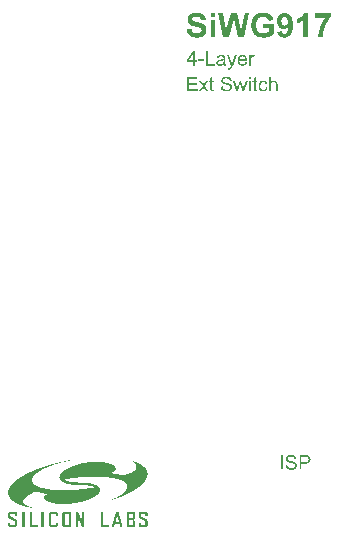
<source format=gto>
G04*
G04 #@! TF.GenerationSoftware,Altium Limited,Altium NEXUS,5.1.2 (10)*
G04*
G04 Layer_Color=65535*
%FSLAX25Y25*%
%MOIN*%
G70*
G04*
G04 #@! TF.SameCoordinates,614915EC-EFCC-4F07-BEE6-519DBFB5DABB*
G04*
G04*
G04 #@! TF.FilePolarity,Positive*
G04*
G01*
G75*
G36*
X29385Y24536D02*
X29409Y24521D01*
X29399Y24502D01*
X29337Y24478D01*
X29269Y24469D01*
X29173Y24459D01*
X29048Y24449D01*
X28952Y24440D01*
X28894Y24401D01*
X28817Y24382D01*
X28669Y24368D01*
X28495Y24339D01*
X28457Y24329D01*
X28409Y24320D01*
X28294Y24291D01*
X28217Y24281D01*
X28044Y24252D01*
X27948Y24233D01*
X27895Y24219D01*
X27828Y24200D01*
X27727Y24185D01*
X27602Y24166D01*
X27525Y24147D01*
X27477Y24137D01*
X27361Y24108D01*
X27284Y24099D01*
X27227Y24089D01*
X27131Y24070D01*
X27049Y24046D01*
X26972Y24026D01*
X26881Y24012D01*
X26765Y23993D01*
X26717Y23983D01*
X26640Y23964D01*
X26578Y23940D01*
X26539Y23930D01*
X26371Y23906D01*
X26333Y23897D01*
X26285Y23887D01*
X26246Y23877D01*
X26198Y23858D01*
X26145Y23844D01*
X26011Y23825D01*
X25972Y23815D01*
X25910Y23801D01*
X25871Y23791D01*
X25795Y23762D01*
X25718Y23743D01*
X25631Y23733D01*
X25540Y23719D01*
X25492Y23700D01*
X25424Y23671D01*
X25348Y23652D01*
X25280Y23642D01*
X25184Y23632D01*
X25136Y23613D01*
X25069Y23584D01*
X24973Y23555D01*
X24877Y23546D01*
X24838Y23536D01*
X24785Y23522D01*
X24684Y23479D01*
X24646Y23469D01*
X24579Y23459D01*
X24463Y23440D01*
X24415Y23421D01*
X24396Y23411D01*
X24309Y23373D01*
X24175Y23354D01*
X24136Y23344D01*
X24011Y23286D01*
X23877Y23267D01*
X23838Y23257D01*
X23747Y23224D01*
X23646Y23181D01*
X23507Y23156D01*
X23459Y23137D01*
X23396Y23104D01*
X23358Y23094D01*
X23199Y23060D01*
X23089Y23008D01*
X23021Y22998D01*
X22983Y22988D01*
X22930Y22974D01*
X22829Y22921D01*
X22791Y22911D01*
X22723Y22902D01*
X22670Y22887D01*
X22589Y22844D01*
X22541Y22825D01*
X22425Y22806D01*
X22363Y22782D01*
X22300Y22738D01*
X22224Y22719D01*
X22123Y22695D01*
X22075Y22676D01*
X22060Y22661D01*
X21993Y22633D01*
X21911Y22618D01*
X21873Y22609D01*
X21714Y22537D01*
X21613Y22512D01*
X21570Y22479D01*
X21551Y22469D01*
X21503Y22450D01*
X21392Y22426D01*
X21272Y22364D01*
X21234Y22354D01*
X21171Y22340D01*
X21123Y22320D01*
X21099Y22296D01*
X21080Y22287D01*
X21032Y22267D01*
X20993Y22258D01*
X20935Y22248D01*
X20844Y22186D01*
X20801Y22171D01*
X20763Y22162D01*
X20705Y22152D01*
X20638Y22104D01*
X20590Y22085D01*
X20513Y22066D01*
X20426Y22017D01*
X20359Y21989D01*
X20282Y21969D01*
X20215Y21921D01*
X20147Y21892D01*
X20085Y21878D01*
X20051Y21864D01*
X19998Y21821D01*
X19955Y21806D01*
X19917Y21796D01*
X19864Y21782D01*
X19830Y21758D01*
X19811Y21739D01*
X19792Y21729D01*
X19744Y21710D01*
X19676Y21691D01*
X19657Y21681D01*
X19494Y21604D01*
X19426Y21566D01*
X19369Y21527D01*
X19306Y21513D01*
X19229Y21465D01*
X19215Y21450D01*
X19080Y21402D01*
X19061Y21383D01*
X19042Y21373D01*
X19023Y21354D01*
X18955Y21335D01*
X18869Y21287D01*
X18811Y21249D01*
X18754Y21239D01*
X18706Y21210D01*
X18638Y21162D01*
X18585Y21148D01*
X18532Y21114D01*
X18494Y21076D01*
X18427Y21056D01*
X18364Y21032D01*
X18321Y20989D01*
X18273Y20970D01*
X18211Y20946D01*
X18196Y20931D01*
X18177Y20922D01*
X18148Y20893D01*
X18057Y20859D01*
X17999Y20811D01*
X17864Y20744D01*
X17840Y20720D01*
X17773Y20691D01*
X17725Y20672D01*
X17677Y20624D01*
X17629Y20605D01*
X17542Y20557D01*
X17504Y20518D01*
X17417Y20470D01*
X17389Y20441D01*
X17369Y20432D01*
X17264Y20374D01*
X17216Y20326D01*
X17167Y20306D01*
X17100Y20239D01*
X17033Y20201D01*
X16995Y20162D01*
X16975Y20153D01*
X16908Y20114D01*
X16841Y20047D01*
X16793Y20018D01*
X16725Y19951D01*
X16677Y19922D01*
X16620Y19864D01*
X16600Y19855D01*
X16576Y19831D01*
X16567Y19812D01*
X16533Y19778D01*
X16466Y19739D01*
X16038Y19312D01*
X16028Y19292D01*
X15980Y19225D01*
X15966Y19211D01*
X15947Y19201D01*
X15923Y19177D01*
X15913Y19158D01*
X15856Y19100D01*
X15846Y19081D01*
X15803Y19018D01*
X15783Y19009D01*
X15759Y18985D01*
X15702Y18879D01*
X15663Y18841D01*
X15615Y18754D01*
X15586Y18725D01*
X15577Y18706D01*
X15548Y18639D01*
X15509Y18572D01*
X15490Y18552D01*
X15471Y18504D01*
X15437Y18413D01*
X15394Y18341D01*
X15375Y18273D01*
X15365Y18235D01*
X15356Y18177D01*
X15308Y18072D01*
X15298Y18033D01*
X15288Y17966D01*
X15283Y17721D01*
X15293Y17500D01*
X15308Y17408D01*
X15365Y17284D01*
X15380Y17192D01*
X15399Y17144D01*
X15413Y17130D01*
X15423Y17110D01*
X15442Y17091D01*
X15461Y17043D01*
X15471Y17005D01*
X15509Y16937D01*
X15529Y16918D01*
X15538Y16899D01*
X15586Y16813D01*
X15644Y16755D01*
X15673Y16707D01*
X15740Y16639D01*
X15779Y16572D01*
X15928Y16423D01*
X15947Y16414D01*
X16000Y16370D01*
X16052Y16318D01*
X16072Y16308D01*
X16120Y16260D01*
X16139Y16250D01*
X16158Y16231D01*
X16177Y16221D01*
X16221Y16188D01*
X16230Y16169D01*
X16245Y16154D01*
X16293Y16135D01*
X16360Y16096D01*
X16399Y16058D01*
X16485Y16010D01*
X16533Y15962D01*
X16572Y15952D01*
X16653Y15909D01*
X16663Y15890D01*
X16797Y15822D01*
X16831Y15789D01*
X16879Y15770D01*
X16956Y15741D01*
X16995Y15702D01*
X17043Y15683D01*
X17081Y15673D01*
X17143Y15649D01*
X17158Y15635D01*
X17177Y15625D01*
X17196Y15606D01*
X17264Y15587D01*
X17316Y15573D01*
X17456Y15500D01*
X17518Y15486D01*
X17557Y15476D01*
X17605Y15457D01*
X17677Y15414D01*
X17792Y15395D01*
X17831Y15385D01*
X17898Y15347D01*
X17965Y15318D01*
X18033Y15308D01*
X18134Y15284D01*
X18215Y15241D01*
X18283Y15222D01*
X18350Y15212D01*
X18451Y15188D01*
X18561Y15135D01*
X18657Y15125D01*
X18696Y15116D01*
X18773Y15106D01*
X18850Y15058D01*
X18902Y15044D01*
X19032Y15029D01*
X19095Y15015D01*
X19172Y14996D01*
X19249Y14967D01*
X19301Y14953D01*
X19340Y14943D01*
X19465Y14933D01*
X19551Y14914D01*
X19619Y14885D01*
X19734Y14856D01*
X19801Y14847D01*
X19921Y14832D01*
X19960Y14823D01*
X20042Y14799D01*
X20138Y14770D01*
X20248Y14755D01*
X20354Y14746D01*
X20431Y14736D01*
X20469Y14727D01*
X20609Y14683D01*
X20676Y14674D01*
X20714Y14664D01*
X20916Y14654D01*
X20945Y14645D01*
X21008Y14630D01*
X21056Y14621D01*
X21094Y14611D01*
X21147Y14597D01*
X21185Y14587D01*
X21310Y14578D01*
X21407Y14568D01*
X21637Y14558D01*
X21666Y14549D01*
X21704Y14539D01*
X21868Y14530D01*
X21916Y14510D01*
X21983Y14501D01*
X22175Y14491D01*
X22204Y14481D01*
X22776Y14467D01*
X22834Y14457D01*
X22882Y14448D01*
X23170Y14438D01*
X23209Y14429D01*
X23291Y14405D01*
X23704Y14395D01*
X23733Y14385D01*
X25050Y14376D01*
X25078Y14385D01*
X25160Y14371D01*
X25242Y14347D01*
X25396Y14357D01*
X26592Y14352D01*
X26640Y14361D01*
X26693Y14376D01*
X28202Y14385D01*
X28231Y14395D01*
X28385Y14405D01*
X28731Y14414D01*
X28779Y14434D01*
X28817Y14443D01*
X28861Y14448D01*
X29106Y14443D01*
X29154Y14462D01*
X29250Y14472D01*
X29851Y14486D01*
X29899Y14496D01*
X30130Y14505D01*
X30168Y14515D01*
X30211Y14530D01*
X30279Y14539D01*
X30442Y14549D01*
X30471Y14558D01*
X30596Y14568D01*
X30841Y14573D01*
X30932Y14568D01*
X30961Y14578D01*
X31033Y14592D01*
X31124Y14597D01*
X31153Y14587D01*
X31182Y14597D01*
X31240Y14606D01*
X31288Y14626D01*
X31442Y14635D01*
X31471Y14645D01*
X31509Y14654D01*
X31894Y14664D01*
X31922Y14674D01*
X32115Y14693D01*
X32143Y14703D01*
X32220Y14722D01*
X32345Y14731D01*
X32374Y14741D01*
X32441Y14751D01*
X32735Y14765D01*
X32773Y14775D01*
X32908Y14784D01*
X32989Y14818D01*
X33095Y14828D01*
X33124Y14837D01*
X33307Y14847D01*
X33479Y14856D01*
X33508Y14866D01*
X33624Y14885D01*
X33777Y14924D01*
X33845Y14933D01*
X34109Y14948D01*
X34157Y14957D01*
X34268Y14991D01*
X34364Y15001D01*
X34412Y15020D01*
X34508Y15029D01*
X34700Y15039D01*
X34729Y15049D01*
X34820Y15063D01*
X34859Y15073D01*
X34921Y15097D01*
X34960Y15106D01*
X35027Y15116D01*
X35224Y15130D01*
X35282Y15140D01*
X35320Y15150D01*
X35373Y15164D01*
X35474Y15188D01*
X35556Y15212D01*
X35758Y15222D01*
X35786Y15231D01*
X35839Y15246D01*
X35916Y15274D01*
X35964Y15294D01*
X35979Y15308D01*
X35998Y15318D01*
X36012Y15361D01*
X36003Y15400D01*
X35959Y15424D01*
X35921Y15433D01*
X35835Y15443D01*
X35767Y15491D01*
X35700Y15520D01*
X35599Y15544D01*
X35541Y15582D01*
X35488Y15606D01*
X35450Y15616D01*
X35373Y15625D01*
X35306Y15664D01*
X35239Y15693D01*
X35200Y15702D01*
X35118Y15717D01*
X35070Y15726D01*
X34989Y15760D01*
X34873Y15789D01*
X34806Y15798D01*
X34681Y15808D01*
X34633Y15827D01*
X34566Y15846D01*
X34474Y15861D01*
X34426Y15870D01*
X34373Y15885D01*
X34090Y15899D01*
X34042Y15909D01*
X34003Y15919D01*
X33869Y15928D01*
X33825Y15952D01*
X33787Y15962D01*
X33614Y15971D01*
X33585Y15981D01*
X33105Y15991D01*
X33076Y16000D01*
X33037Y16010D01*
X32965Y16015D01*
X32932Y16010D01*
X32903Y16019D01*
X32860Y16015D01*
X32783Y16024D01*
X32701Y16048D01*
X32634Y16058D01*
X32595Y16048D01*
X32393Y16058D01*
X32364Y16068D01*
X32263Y16072D01*
X32038Y16068D01*
X32009Y16077D01*
X31490Y16087D01*
X31461Y16096D01*
X31394Y16106D01*
X30625Y16116D01*
X30577Y16135D01*
X30509Y16144D01*
X29586Y16154D01*
X29558Y16164D01*
X28875Y16173D01*
X28846Y16183D01*
X28808Y16193D01*
X28712Y16202D01*
X28673Y16193D01*
X28616Y16202D01*
X28529Y16241D01*
X28447Y16236D01*
X28409Y16245D01*
X28361Y16255D01*
X28169Y16265D01*
X28015Y16284D01*
X27977Y16293D01*
X27895Y16327D01*
X27828Y16337D01*
X27630Y16361D01*
X27573Y16370D01*
X27534Y16380D01*
X27486Y16399D01*
X27424Y16423D01*
X27361Y16438D01*
X27265Y16447D01*
X27217Y16457D01*
X27169Y16476D01*
X27155Y16490D01*
X27116Y16500D01*
X27068Y16519D01*
X27006Y16534D01*
X26929Y16543D01*
X26881Y16553D01*
X26842Y16563D01*
X26770Y16606D01*
X26703Y16625D01*
X26636Y16635D01*
X26573Y16659D01*
X26559Y16673D01*
X26539Y16683D01*
X26520Y16702D01*
X26371Y16736D01*
X26294Y16784D01*
X26184Y16817D01*
X26145Y16827D01*
X26059Y16875D01*
X25992Y16904D01*
X25953Y16913D01*
X25891Y16937D01*
X25857Y16962D01*
X25771Y17000D01*
X25732Y17009D01*
X25679Y17053D01*
X25636Y17077D01*
X25598Y17086D01*
X25535Y17110D01*
X25501Y17134D01*
X25473Y17163D01*
X25410Y17187D01*
X25372Y17207D01*
X25362Y17226D01*
X25328Y17259D01*
X25223Y17317D01*
X25184Y17356D01*
X25165Y17365D01*
X25102Y17408D01*
X25093Y17428D01*
X25050Y17471D01*
X25030Y17481D01*
X25016Y17495D01*
X25006Y17514D01*
X24953Y17567D01*
X24934Y17577D01*
X24920Y17591D01*
X24910Y17610D01*
X24891Y17629D01*
X24886Y17644D01*
X24867Y17654D01*
X24843Y17678D01*
X24833Y17697D01*
X24785Y17764D01*
X24747Y17803D01*
X24689Y17908D01*
X24660Y17937D01*
X24641Y17985D01*
X24617Y18048D01*
X24583Y18101D01*
X24545Y18187D01*
X24531Y18278D01*
X24502Y18355D01*
X24478Y18408D01*
X24468Y18533D01*
X24458Y18562D01*
X24449Y18629D01*
X24463Y18721D01*
X24492Y18836D01*
X24502Y18884D01*
X24511Y18922D01*
X24526Y18975D01*
X24545Y19110D01*
X24554Y19148D01*
X24593Y19216D01*
X24622Y19283D01*
X24631Y19321D01*
X24646Y19374D01*
X24670Y19408D01*
X24708Y19466D01*
X24742Y19557D01*
X24795Y19610D01*
X24804Y19629D01*
X24852Y19715D01*
X24896Y19768D01*
X24944Y19845D01*
X24987Y19879D01*
X25035Y19965D01*
X25069Y19999D01*
X25088Y20008D01*
X25102Y20023D01*
X25112Y20042D01*
X25174Y20105D01*
X25189Y20109D01*
X25199Y20129D01*
X25261Y20191D01*
X25280Y20201D01*
X25328Y20258D01*
X25357Y20287D01*
X25376Y20297D01*
X25424Y20355D01*
X25511Y20422D01*
X25559Y20470D01*
X25578Y20480D01*
X25631Y20523D01*
X25665Y20557D01*
X25713Y20585D01*
X25780Y20653D01*
X25847Y20691D01*
X25886Y20730D01*
X25905Y20739D01*
X25972Y20777D01*
X26020Y20826D01*
X26088Y20864D01*
X26136Y20912D01*
X26203Y20941D01*
X26222Y20951D01*
X26280Y21008D01*
X26405Y21076D01*
X26424Y21095D01*
X26530Y21152D01*
X26568Y21191D01*
X26616Y21210D01*
X26636Y21220D01*
X26751Y21297D01*
X26818Y21335D01*
X26847Y21364D01*
X26866Y21373D01*
X26914Y21393D01*
X26982Y21431D01*
X27001Y21450D01*
X27020Y21460D01*
X27087Y21489D01*
X27155Y21527D01*
X27183Y21556D01*
X27231Y21575D01*
X27284Y21590D01*
X27361Y21638D01*
X27376Y21652D01*
X27472Y21691D01*
X27525Y21734D01*
X27539Y21748D01*
X27592Y21763D01*
X27630Y21772D01*
X27683Y21806D01*
X27703Y21825D01*
X27770Y21854D01*
X27832Y21869D01*
X27880Y21888D01*
X27895Y21902D01*
X27914Y21912D01*
X27933Y21931D01*
X28001Y21950D01*
X28049Y21969D01*
X28101Y22013D01*
X28154Y22037D01*
X28255Y22061D01*
X28289Y22085D01*
X28318Y22114D01*
X28385Y22133D01*
X28443Y22142D01*
X28539Y22210D01*
X28577Y22219D01*
X28678Y22243D01*
X28693Y22258D01*
X28712Y22267D01*
X28731Y22287D01*
X28798Y22316D01*
X28880Y22330D01*
X28957Y22378D01*
X29019Y22402D01*
X29082Y22416D01*
X29120Y22426D01*
X29260Y22498D01*
X29327Y22508D01*
X29365Y22517D01*
X29414Y22546D01*
X29500Y22585D01*
X29539Y22594D01*
X29596Y22604D01*
X29740Y22671D01*
X29779Y22681D01*
X29870Y22695D01*
X29918Y22714D01*
X29976Y22753D01*
X30029Y22767D01*
X30096Y22777D01*
X30173Y22796D01*
X30240Y22835D01*
X30288Y22854D01*
X30327Y22863D01*
X30394Y22873D01*
X30456Y22887D01*
X30505Y22907D01*
X30519Y22921D01*
X30567Y22940D01*
X30634Y22960D01*
X30745Y22974D01*
X30783Y22984D01*
X30894Y23036D01*
X30932Y23046D01*
X31052Y23060D01*
X31091Y23070D01*
X31197Y23109D01*
X31259Y23133D01*
X31297Y23142D01*
X31461Y23161D01*
X31490Y23171D01*
X31552Y23195D01*
X31605Y23219D01*
X31682Y23238D01*
X31807Y23248D01*
X31836Y23257D01*
X31874Y23267D01*
X31927Y23281D01*
X31975Y23301D01*
X32018Y23315D01*
X32057Y23325D01*
X32182Y23334D01*
X32273Y23349D01*
X32355Y23373D01*
X32446Y23406D01*
X32485Y23416D01*
X32715Y23435D01*
X32773Y23445D01*
X32821Y23464D01*
X32884Y23488D01*
X33018Y23507D01*
X33114Y23517D01*
X33239Y23527D01*
X33379Y23551D01*
X33460Y23575D01*
X33571Y23599D01*
X33744Y23608D01*
X33850Y23618D01*
X33946Y23628D01*
X34061Y23647D01*
X34138Y23666D01*
X34234Y23676D01*
X34330Y23695D01*
X34561Y23704D01*
X34772Y23714D01*
X34825Y23729D01*
X34984Y23724D01*
X35022Y23733D01*
X35075Y23757D01*
X35114Y23767D01*
X35224Y23762D01*
X35277Y23767D01*
X35306Y23757D01*
X35392Y23767D01*
X35440Y23786D01*
X35517Y23796D01*
X35546Y23786D01*
X36738Y23796D01*
X37656Y23781D01*
X37771Y23762D01*
X37853Y23757D01*
X37882Y23767D01*
X37988Y23757D01*
X38055Y23729D01*
X38286Y23719D01*
X38314Y23709D01*
X38704Y23695D01*
X38785Y23671D01*
X38920Y23661D01*
X38968Y23642D01*
X39079Y23628D01*
X39117Y23618D01*
X39290Y23608D01*
X39396Y23599D01*
X39473Y23589D01*
X39511Y23580D01*
X39559Y23560D01*
X39603Y23546D01*
X39641Y23536D01*
X39737Y23527D01*
X39953Y23503D01*
X39992Y23493D01*
X40102Y23459D01*
X40170Y23440D01*
X40420Y23411D01*
X40448Y23402D01*
X40535Y23363D01*
X40597Y23349D01*
X40727Y23334D01*
X40766Y23325D01*
X40838Y23310D01*
X40886Y23291D01*
X40939Y23267D01*
X41015Y23248D01*
X41126Y23233D01*
X41164Y23224D01*
X41212Y23205D01*
X41294Y23171D01*
X41357Y23156D01*
X41414Y23147D01*
X41462Y23137D01*
X41501Y23128D01*
X41549Y23109D01*
X41650Y23065D01*
X41760Y23041D01*
X41881Y22979D01*
X41958Y22960D01*
X42020Y22936D01*
X42078Y22897D01*
X42140Y22873D01*
X42179Y22863D01*
X42227Y22835D01*
X42265Y22796D01*
X42313Y22777D01*
X42352Y22767D01*
X42404Y22724D01*
X42428Y22700D01*
X42515Y22652D01*
X42563Y22604D01*
X42649Y22556D01*
X42674Y22522D01*
X42832Y22364D01*
X42847Y22359D01*
X42856Y22340D01*
X42909Y22287D01*
X42928Y22277D01*
X42996Y22171D01*
X43039Y22128D01*
X43087Y22041D01*
X43125Y22003D01*
X43145Y21955D01*
X43154Y21917D01*
X43193Y21849D01*
X43222Y21801D01*
X43231Y21763D01*
X43241Y21696D01*
X43250Y21561D01*
X43241Y21532D01*
X43250Y21494D01*
X43231Y21301D01*
X43193Y21234D01*
X43164Y21186D01*
X43154Y21148D01*
X43130Y21085D01*
X43106Y21052D01*
X43068Y21013D01*
X43039Y20965D01*
X43005Y20931D01*
X42986Y20922D01*
X42928Y20826D01*
X42900Y20797D01*
X42813Y20749D01*
X42789Y20715D01*
X42765Y20691D01*
X42746Y20681D01*
X42693Y20638D01*
X42669Y20614D01*
X42601Y20585D01*
X42582Y20576D01*
X42529Y20532D01*
X42515Y20518D01*
X42409Y20460D01*
X42380Y20432D01*
X42332Y20412D01*
X42265Y20374D01*
X42236Y20345D01*
X42188Y20326D01*
X42126Y20302D01*
X42068Y20254D01*
X42015Y20230D01*
X41948Y20191D01*
X41919Y20162D01*
X41871Y20143D01*
X41789Y20129D01*
X41732Y20081D01*
X41741Y20023D01*
X41765Y19999D01*
X41900Y19961D01*
X41938Y19951D01*
X42054Y19932D01*
X42092Y19922D01*
X42313Y19912D01*
X42361Y19893D01*
X42400Y19884D01*
X42505Y19874D01*
X42553Y19855D01*
X42630Y19836D01*
X42851Y19826D01*
X42880Y19816D01*
X43000Y19802D01*
X43039Y19792D01*
X43087Y19773D01*
X43164Y19763D01*
X43270Y19744D01*
X43366Y19735D01*
X43529Y19725D01*
X43567Y19715D01*
X43664Y19696D01*
X43745Y19672D01*
X43784Y19662D01*
X44019Y19638D01*
X44197Y19624D01*
X44293Y19586D01*
X44389Y19576D01*
X44462Y19562D01*
X44567Y19552D01*
X44745Y19537D01*
X44774Y19528D01*
X44889Y19518D01*
X44976Y19480D01*
X45043Y19470D01*
X45221Y19456D01*
X45346Y19446D01*
X45394Y19437D01*
X45447Y19422D01*
X45485Y19413D01*
X45552Y19403D01*
X45615Y19389D01*
X45668Y19374D01*
X45793Y19365D01*
X45937Y19374D01*
X46004Y19413D01*
X46071Y19441D01*
X46110Y19451D01*
X46192Y19466D01*
X46268Y19494D01*
X46283Y19509D01*
X46302Y19518D01*
X46350Y19537D01*
X46442Y19552D01*
X46490Y19562D01*
X46528Y19571D01*
X46610Y19614D01*
X46677Y19634D01*
X46716Y19643D01*
X46826Y19658D01*
X46874Y19677D01*
X46946Y19720D01*
X47014Y19730D01*
X47052Y19739D01*
X47119Y19749D01*
X47244Y19807D01*
X47359Y19826D01*
X47398Y19836D01*
X47460Y19860D01*
X47475Y19874D01*
X47542Y19903D01*
X47609Y19912D01*
X47648Y19922D01*
X47725Y19932D01*
X47802Y19980D01*
X47850Y19999D01*
X47960Y20023D01*
X48008Y20042D01*
X48081Y20086D01*
X48143Y20100D01*
X48220Y20119D01*
X48359Y20191D01*
X48422Y20206D01*
X48470Y20225D01*
X48503Y20258D01*
X48551Y20278D01*
X48614Y20292D01*
X48691Y20340D01*
X48715Y20364D01*
X48768Y20379D01*
X48816Y20398D01*
X48873Y20446D01*
X48926Y20470D01*
X48994Y20508D01*
X49022Y20537D01*
X49042Y20547D01*
X49147Y20605D01*
X49186Y20643D01*
X49253Y20681D01*
X49311Y20739D01*
X49378Y20777D01*
X49436Y20835D01*
X49450Y20840D01*
X49460Y20859D01*
X49652Y21052D01*
X49662Y21071D01*
X49729Y21138D01*
X49739Y21157D01*
X49782Y21210D01*
X49806Y21234D01*
X49859Y21335D01*
X49878Y21345D01*
X49892Y21359D01*
X49912Y21407D01*
X49936Y21470D01*
X49950Y21484D01*
X49960Y21503D01*
X49988Y21532D01*
X50008Y21580D01*
X50022Y21662D01*
X50056Y21715D01*
X50094Y21801D01*
X50104Y21869D01*
X50118Y21960D01*
X50128Y21998D01*
X50133Y22301D01*
X50113Y22349D01*
X50104Y22445D01*
X50094Y22512D01*
X50085Y22570D01*
X50065Y22589D01*
X50056Y22609D01*
X50027Y22637D01*
X50012Y22700D01*
X50003Y22748D01*
X49984Y22796D01*
X49950Y22830D01*
X49912Y22916D01*
X49902Y22936D01*
X49868Y22979D01*
X49854Y22984D01*
X49844Y23003D01*
X49796Y23089D01*
X49767Y23118D01*
X49758Y23137D01*
X49739Y23156D01*
X49700Y23224D01*
X49633Y23291D01*
X49623Y23310D01*
X49580Y23354D01*
X49561Y23363D01*
X49537Y23387D01*
X49527Y23406D01*
X49494Y23440D01*
X49474Y23450D01*
X49441Y23483D01*
X49431Y23503D01*
X49397Y23536D01*
X49378Y23546D01*
X49325Y23589D01*
X49282Y23632D01*
X49196Y23680D01*
X49176Y23709D01*
X49157Y23719D01*
X49090Y23757D01*
X49032Y23815D01*
X48970Y23839D01*
X48936Y23863D01*
X48897Y23901D01*
X48849Y23921D01*
X48763Y23969D01*
X48744Y23988D01*
X48724Y23998D01*
X48657Y24026D01*
X48590Y24065D01*
X48503Y24103D01*
X48455Y24123D01*
X48407Y24171D01*
X48340Y24190D01*
X48254Y24209D01*
X48239Y24233D01*
X48263Y24257D01*
X48359Y24248D01*
X48465Y24200D01*
X48537Y24185D01*
X48614Y24166D01*
X48662Y24156D01*
X48700Y24147D01*
X48859Y24074D01*
X48989Y24060D01*
X49037Y24041D01*
X49095Y24002D01*
X49147Y23988D01*
X49215Y23978D01*
X49277Y23964D01*
X49325Y23945D01*
X49340Y23930D01*
X49359Y23921D01*
X49407Y23901D01*
X49445Y23892D01*
X49518Y23877D01*
X49638Y23815D01*
X49714Y23796D01*
X49801Y23776D01*
X49907Y23709D01*
X50046Y23685D01*
X50061Y23671D01*
X50080Y23661D01*
X50118Y23623D01*
X50181Y23608D01*
X50238Y23599D01*
X50287Y23580D01*
X50320Y23555D01*
X50368Y23527D01*
X50407Y23517D01*
X50469Y23503D01*
X50522Y23469D01*
X50541Y23450D01*
X50589Y23430D01*
X50681Y23397D01*
X50753Y23354D01*
X50820Y23334D01*
X50882Y23310D01*
X50916Y23286D01*
X50945Y23257D01*
X51012Y23238D01*
X51075Y23214D01*
X51089Y23200D01*
X51108Y23190D01*
X51137Y23161D01*
X51200Y23137D01*
X51253Y23104D01*
X51310Y23065D01*
X51349Y23056D01*
X51435Y23008D01*
X51464Y22979D01*
X51502Y22969D01*
X51570Y22931D01*
X51608Y22892D01*
X51704Y22854D01*
X51762Y22796D01*
X51810Y22777D01*
X51872Y22753D01*
X51925Y22700D01*
X52012Y22652D01*
X52060Y22604D01*
X52127Y22565D01*
X52166Y22527D01*
X52185Y22517D01*
X52271Y22469D01*
X52291Y22440D01*
X52310Y22431D01*
X52329Y22412D01*
X52377Y22383D01*
X52435Y22325D01*
X52483Y22296D01*
X52550Y22229D01*
X52569Y22219D01*
X52622Y22176D01*
X52685Y22114D01*
X52704Y22104D01*
X52762Y22046D01*
X52781Y22037D01*
X52834Y21993D01*
X52843Y21974D01*
X52877Y21941D01*
X52896Y21931D01*
X52920Y21907D01*
X52930Y21888D01*
X52973Y21835D01*
X53007Y21801D01*
X53016Y21782D01*
X53093Y21705D01*
X53103Y21686D01*
X53170Y21599D01*
X53209Y21561D01*
X53237Y21513D01*
X53295Y21455D01*
X53343Y21369D01*
X53372Y21340D01*
X53391Y21292D01*
X53420Y21244D01*
X53439Y21225D01*
X53449Y21205D01*
X53468Y21186D01*
X53502Y21095D01*
X53535Y21061D01*
X53545Y21042D01*
X53574Y20975D01*
X53588Y20912D01*
X53612Y20878D01*
X53651Y20821D01*
X53680Y20705D01*
X53704Y20643D01*
X53747Y20542D01*
X53756Y20504D01*
X53771Y20383D01*
X53781Y20335D01*
X53795Y20282D01*
X53804Y20244D01*
X53819Y20172D01*
X53843Y20090D01*
X53853Y20052D01*
X53848Y19912D01*
X53853Y19581D01*
X53843Y19552D01*
X53853Y19485D01*
X53843Y19369D01*
X53833Y19341D01*
X53824Y19302D01*
X53800Y19201D01*
X53785Y19148D01*
X53766Y19071D01*
X53756Y18937D01*
X53689Y18793D01*
X53670Y18716D01*
X53656Y18624D01*
X53636Y18576D01*
X53612Y18552D01*
X53603Y18533D01*
X53584Y18485D01*
X53569Y18422D01*
X53550Y18374D01*
X53526Y18341D01*
X53507Y18322D01*
X53487Y18254D01*
X53478Y18216D01*
X53454Y18163D01*
X53434Y18153D01*
X53391Y18081D01*
X53377Y18028D01*
X53343Y17976D01*
X53324Y17956D01*
X53295Y17889D01*
X53262Y17827D01*
X53242Y17817D01*
X53228Y17803D01*
X53199Y17735D01*
X53189Y17706D01*
X53146Y17654D01*
X53132Y17639D01*
X53084Y17553D01*
X53036Y17505D01*
X52997Y17437D01*
X52959Y17399D01*
X52949Y17380D01*
X52901Y17293D01*
X52843Y17235D01*
X52834Y17216D01*
X52790Y17163D01*
X52757Y17130D01*
X52747Y17110D01*
X52704Y17058D01*
X52661Y17014D01*
X52651Y16995D01*
X52608Y16942D01*
X52574Y16909D01*
X52536Y16841D01*
X52502Y16808D01*
X52483Y16798D01*
X52468Y16784D01*
X52459Y16764D01*
X52416Y16721D01*
X52396Y16712D01*
X52372Y16688D01*
X52363Y16668D01*
X52286Y16591D01*
X52257Y16543D01*
X52243Y16529D01*
X52223Y16519D01*
X52199Y16495D01*
X52190Y16476D01*
X52156Y16442D01*
X52137Y16433D01*
X52103Y16399D01*
X52094Y16380D01*
X52069Y16356D01*
X52050Y16346D01*
X51997Y16303D01*
X51964Y16269D01*
X51945Y16260D01*
X51911Y16226D01*
X51901Y16207D01*
X51868Y16173D01*
X51849Y16164D01*
X51815Y16130D01*
X51805Y16111D01*
X51772Y16077D01*
X51723Y16048D01*
X51666Y15991D01*
X51647Y15981D01*
X51570Y15904D01*
X51551Y15894D01*
X51483Y15846D01*
X51459Y15813D01*
X51402Y15774D01*
X51339Y15712D01*
X51320Y15702D01*
X51267Y15659D01*
X51257Y15640D01*
X51176Y15587D01*
X51118Y15529D01*
X51031Y15481D01*
X51012Y15452D01*
X50993Y15443D01*
X50906Y15375D01*
X50878Y15347D01*
X50810Y15308D01*
X50772Y15270D01*
X50753Y15260D01*
X50685Y15222D01*
X50628Y15164D01*
X50560Y15125D01*
X50522Y15087D01*
X50503Y15078D01*
X50416Y15029D01*
X50378Y14991D01*
X50359Y14981D01*
X50291Y14943D01*
X50234Y14885D01*
X50171Y14861D01*
X50128Y14818D01*
X50109Y14808D01*
X50104Y14804D01*
X50099Y14799D01*
X50008Y14765D01*
X49945Y14703D01*
X49897Y14683D01*
X49849Y14654D01*
X49811Y14616D01*
X49763Y14597D01*
X49695Y14558D01*
X49676Y14539D01*
X49590Y14501D01*
X49570Y14491D01*
X49513Y14434D01*
X49465Y14414D01*
X49402Y14390D01*
X49359Y14347D01*
X49292Y14318D01*
X49244Y14289D01*
X49176Y14241D01*
X49114Y14217D01*
X49080Y14193D01*
X49051Y14164D01*
X48955Y14126D01*
X48936Y14116D01*
X48883Y14073D01*
X48830Y14049D01*
X48744Y14001D01*
X48724Y13982D01*
X48705Y13972D01*
X48580Y13905D01*
X48532Y13876D01*
X48426Y13818D01*
X48398Y13789D01*
X48359Y13780D01*
X48330Y13770D01*
X48263Y13732D01*
X48234Y13703D01*
X48186Y13684D01*
X48095Y13650D01*
X48061Y13616D01*
X48042Y13607D01*
X47975Y13578D01*
X47927Y13549D01*
X47859Y13501D01*
X47797Y13487D01*
X47749Y13467D01*
X47706Y13424D01*
X47657Y13405D01*
X47619Y13395D01*
X47552Y13347D01*
X47533Y13328D01*
X47484Y13309D01*
X47432Y13294D01*
X47374Y13256D01*
X47359Y13241D01*
X47311Y13222D01*
X47273Y13213D01*
X47206Y13174D01*
X47148Y13136D01*
X47095Y13121D01*
X47047Y13102D01*
X47014Y13078D01*
X46994Y13059D01*
X46946Y13040D01*
X46884Y13025D01*
X46836Y13006D01*
X46764Y12953D01*
X46725Y12944D01*
X46648Y12915D01*
X46595Y12871D01*
X46533Y12847D01*
X46480Y12833D01*
X46446Y12819D01*
X46379Y12770D01*
X46317Y12756D01*
X46268Y12737D01*
X46235Y12713D01*
X46216Y12694D01*
X46168Y12674D01*
X46129Y12665D01*
X46076Y12650D01*
X46023Y12617D01*
X45995Y12588D01*
X45932Y12573D01*
X45875Y12564D01*
X45826Y12545D01*
X45802Y12521D01*
X45783Y12511D01*
X45716Y12482D01*
X45639Y12463D01*
X45533Y12396D01*
X45466Y12386D01*
X45403Y12362D01*
X45370Y12328D01*
X45351Y12319D01*
X45303Y12300D01*
X45235Y12290D01*
X45173Y12266D01*
X45115Y12228D01*
X45062Y12203D01*
X44980Y12189D01*
X44947Y12175D01*
X44918Y12146D01*
X44899Y12136D01*
X44851Y12117D01*
X44783Y12107D01*
X44745Y12098D01*
X44678Y12059D01*
X44630Y12030D01*
X44553Y12011D01*
X44486Y12002D01*
X44466Y11982D01*
X44447Y11973D01*
X44428Y11953D01*
X44380Y11934D01*
X44313Y11925D01*
X44274Y11915D01*
X44207Y11877D01*
X44120Y11838D01*
X44053Y11829D01*
X44014Y11819D01*
X43952Y11795D01*
X43938Y11780D01*
X43918Y11771D01*
X43851Y11742D01*
X43784Y11732D01*
X43745Y11723D01*
X43668Y11675D01*
X43620Y11655D01*
X43553Y11646D01*
X43476Y11627D01*
X43418Y11588D01*
X43371Y11569D01*
X43260Y11545D01*
X43212Y11526D01*
X43197Y11511D01*
X43178Y11502D01*
X43130Y11483D01*
X43092Y11473D01*
X43024Y11463D01*
X42986Y11454D01*
X42842Y11386D01*
X42803Y11377D01*
X42702Y11362D01*
X42582Y11300D01*
X42544Y11290D01*
X42476Y11281D01*
X42414Y11266D01*
X42337Y11218D01*
X42284Y11204D01*
X42246Y11194D01*
X42164Y11180D01*
X42116Y11161D01*
X42102Y11146D01*
X42034Y11117D01*
X41972Y11103D01*
X41924Y11093D01*
X41847Y11064D01*
X41794Y11040D01*
X41746Y11021D01*
X41693Y11007D01*
X41645Y10997D01*
X41530Y10968D01*
X41419Y10915D01*
X41381Y10906D01*
X41289Y10891D01*
X41227Y10867D01*
X41169Y10829D01*
X41102Y10810D01*
X40996Y10819D01*
X40991Y10843D01*
X41015Y10867D01*
X41092Y10887D01*
X41155Y10901D01*
X41236Y10944D01*
X41285Y10964D01*
X41381Y10992D01*
X41443Y11016D01*
X41525Y11060D01*
X41563Y11069D01*
X41655Y11103D01*
X41756Y11146D01*
X41818Y11170D01*
X41866Y11189D01*
X41881Y11204D01*
X41919Y11213D01*
X41967Y11233D01*
X42006Y11242D01*
X42068Y11266D01*
X42102Y11290D01*
X42188Y11329D01*
X42260Y11343D01*
X42313Y11377D01*
X42371Y11415D01*
X42481Y11439D01*
X42534Y11473D01*
X42582Y11502D01*
X42630Y11521D01*
X42693Y11535D01*
X42726Y11550D01*
X42794Y11598D01*
X42842Y11617D01*
X42895Y11631D01*
X42996Y11704D01*
X43077Y11718D01*
X43125Y11737D01*
X43140Y11752D01*
X43159Y11761D01*
X43178Y11780D01*
X43298Y11824D01*
X43332Y11848D01*
X43351Y11867D01*
X43399Y11886D01*
X43438Y11896D01*
X43505Y11934D01*
X43563Y11973D01*
X43601Y11982D01*
X43688Y12030D01*
X43716Y12059D01*
X43765Y12078D01*
X43817Y12093D01*
X43918Y12165D01*
X43971Y12179D01*
X44029Y12218D01*
X44053Y12242D01*
X44120Y12261D01*
X44168Y12290D01*
X44216Y12338D01*
X44284Y12357D01*
X44351Y12396D01*
X44389Y12434D01*
X44442Y12449D01*
X44495Y12482D01*
X44524Y12511D01*
X44543Y12521D01*
X44644Y12573D01*
X44654Y12593D01*
X44668Y12607D01*
X44735Y12636D01*
X44803Y12674D01*
X44841Y12713D01*
X44928Y12761D01*
X44966Y12799D01*
X45029Y12823D01*
X45062Y12847D01*
X45110Y12896D01*
X45197Y12944D01*
X45245Y12992D01*
X45312Y13030D01*
X45360Y13078D01*
X45447Y13126D01*
X45461Y13141D01*
X45471Y13160D01*
X45552Y13213D01*
X45610Y13270D01*
X45629Y13280D01*
X45682Y13323D01*
X45726Y13366D01*
X45793Y13405D01*
X45870Y13482D01*
X45889Y13491D01*
X45946Y13549D01*
X45995Y13578D01*
X46028Y13612D01*
X46038Y13631D01*
X46062Y13655D01*
X46081Y13665D01*
X46124Y13708D01*
X46134Y13727D01*
X46148Y13741D01*
X46168Y13751D01*
X46220Y13804D01*
X46230Y13823D01*
X46244Y13837D01*
X46264Y13847D01*
X46307Y13890D01*
X46317Y13910D01*
X46403Y13996D01*
X46413Y14015D01*
X46456Y14068D01*
X46470Y14083D01*
X46480Y14102D01*
X46518Y14160D01*
X46528Y14179D01*
X46562Y14203D01*
X46586Y14227D01*
X46634Y14313D01*
X46672Y14352D01*
X46692Y14400D01*
X46701Y14419D01*
X46768Y14515D01*
X46792Y14578D01*
X46831Y14635D01*
X46855Y14659D01*
X46884Y14775D01*
X46932Y14861D01*
X46951Y14909D01*
X46961Y14948D01*
X46975Y15039D01*
X47004Y15116D01*
X47028Y15169D01*
X47042Y15231D01*
X47052Y15395D01*
X47057Y15611D01*
X47047Y15640D01*
X47038Y15822D01*
X46970Y15967D01*
X46956Y16058D01*
X46946Y16096D01*
X46932Y16111D01*
X46922Y16130D01*
X46893Y16159D01*
X46850Y16279D01*
X46797Y16332D01*
X46749Y16418D01*
X46711Y16457D01*
X46701Y16476D01*
X46639Y16567D01*
X46595Y16611D01*
X46586Y16630D01*
X46312Y16904D01*
X46293Y16913D01*
X46225Y16981D01*
X46206Y16990D01*
X46120Y17058D01*
X46100Y17077D01*
X46033Y17115D01*
X45985Y17163D01*
X45879Y17221D01*
X45850Y17250D01*
X45802Y17269D01*
X45735Y17308D01*
X45716Y17327D01*
X45697Y17336D01*
X45677Y17356D01*
X45625Y17370D01*
X45577Y17389D01*
X45543Y17413D01*
X45514Y17442D01*
X45476Y17452D01*
X45384Y17485D01*
X45351Y17519D01*
X45331Y17529D01*
X45283Y17548D01*
X45245Y17557D01*
X45197Y17577D01*
X45129Y17625D01*
X45053Y17644D01*
X44990Y17668D01*
X44918Y17711D01*
X44822Y17740D01*
X44783Y17750D01*
X44721Y17774D01*
X44707Y17788D01*
X44620Y17827D01*
X44529Y17841D01*
X44481Y17860D01*
X44466Y17875D01*
X44447Y17884D01*
X44380Y17913D01*
X44240Y17937D01*
X44192Y17956D01*
X44130Y17990D01*
X44063Y18009D01*
X43971Y18024D01*
X43933Y18033D01*
X43885Y18053D01*
X43803Y18086D01*
X43765Y18096D01*
X43630Y18115D01*
X43543Y18153D01*
X43495Y18173D01*
X43433Y18187D01*
X43356Y18197D01*
X43270Y18206D01*
X43222Y18216D01*
X43111Y18249D01*
X42952Y18283D01*
X42847Y18293D01*
X42693Y18312D01*
X42654Y18322D01*
X42621Y18336D01*
X42573Y18355D01*
X42534Y18365D01*
X42380Y18374D01*
X42313Y18384D01*
X42183Y18398D01*
X42126Y18408D01*
X42087Y18418D01*
X42034Y18442D01*
X41958Y18461D01*
X41626Y18485D01*
X41587Y18495D01*
X41535Y18509D01*
X41496Y18519D01*
X41429Y18528D01*
X41390Y18538D01*
X41323Y18548D01*
X41227Y18557D01*
X41102Y18567D01*
X40948Y18576D01*
X40919Y18586D01*
X40823Y18596D01*
X40770Y18610D01*
X40727Y18624D01*
X40660Y18634D01*
X40549Y18648D01*
X40376Y18658D01*
X40174Y18668D01*
X40126Y18677D01*
X40088Y18687D01*
X39953Y18697D01*
X39905Y18716D01*
X39857Y18725D01*
X39775Y18730D01*
X39747Y18721D01*
X39675Y18735D01*
X39636Y18744D01*
X39367Y18754D01*
X39218Y18759D01*
X39189Y18749D01*
X39088Y18773D01*
X39035Y18788D01*
X38872Y18778D01*
X38824Y18797D01*
X38757Y18817D01*
X38449Y18826D01*
X38420Y18836D01*
X37464Y18850D01*
X37425Y18860D01*
X37377Y18869D01*
X34763Y18879D01*
X34758Y18884D01*
X34729Y18874D01*
X34623Y18846D01*
X33614Y18836D01*
X33585Y18826D01*
X33489Y18817D01*
X33220Y18807D01*
X33172Y18788D01*
X33133Y18778D01*
X32994Y18783D01*
X32879Y18773D01*
X32840Y18764D01*
X32754Y18754D01*
X32739Y18749D01*
X32710Y18759D01*
X32249Y18740D01*
X32220Y18730D01*
X31999Y18721D01*
X31951Y18701D01*
X31913Y18692D01*
X31730Y18682D01*
X31682Y18663D01*
X31259Y18653D01*
X31230Y18644D01*
X31134Y18634D01*
X31009Y18624D01*
X30942Y18596D01*
X30798Y18586D01*
X30769Y18576D01*
X30730Y18567D01*
X30375Y18557D01*
X30346Y18548D01*
X30235Y18533D01*
X30187Y18523D01*
X30149Y18514D01*
X30091Y18504D01*
X30005Y18495D01*
X29966Y18485D01*
X29639Y18466D01*
X29582Y18456D01*
X29341Y18408D01*
X29284Y18398D01*
X29207Y18389D01*
X29043Y18379D01*
X28957Y18370D01*
X28918Y18360D01*
X28813Y18350D01*
X28774Y18341D01*
X28712Y18317D01*
X28548Y18298D01*
X28452Y18288D01*
X28299Y18278D01*
X28270Y18269D01*
X28202Y18259D01*
X28126Y18249D01*
X28058Y18221D01*
X27991Y18211D01*
X27952Y18201D01*
X27741Y18192D01*
X27712Y18182D01*
X27606Y18173D01*
X27520Y18134D01*
X27385Y18115D01*
X27260Y18105D01*
X27222Y18096D01*
X27068Y18086D01*
X26982Y18048D01*
X26943Y18038D01*
X26876Y18028D01*
X26588Y18000D01*
X26496Y17985D01*
X26443Y17961D01*
X26347Y17932D01*
X26285Y17899D01*
X26275Y17860D01*
X26285Y17831D01*
X26309Y17807D01*
X26376Y17788D01*
X26424Y17769D01*
X26477Y17726D01*
X26539Y17702D01*
X26588Y17682D01*
X26640Y17639D01*
X26703Y17615D01*
X26780Y17586D01*
X26799Y17567D01*
X26818Y17557D01*
X26837Y17538D01*
X26905Y17519D01*
X26943Y17509D01*
X27011Y17471D01*
X27059Y17442D01*
X27135Y17423D01*
X27188Y17408D01*
X27222Y17394D01*
X27328Y17346D01*
X27395Y17336D01*
X27433Y17327D01*
X27496Y17303D01*
X27510Y17288D01*
X27558Y17269D01*
X27597Y17259D01*
X27731Y17240D01*
X27813Y17226D01*
X27861Y17207D01*
X27924Y17183D01*
X27962Y17173D01*
X28053Y17158D01*
X28150Y17149D01*
X28236Y17139D01*
X28313Y17130D01*
X28351Y17120D01*
X28399Y17101D01*
X28443Y17086D01*
X28481Y17077D01*
X28731Y17058D01*
X28904Y17048D01*
X28933Y17038D01*
X29029Y17029D01*
X29096Y17019D01*
X29144Y17000D01*
X29183Y16990D01*
X29394Y16981D01*
X29423Y16971D01*
X30043Y16957D01*
X30125Y16933D01*
X30586Y16923D01*
X30634Y16904D01*
X30702Y16894D01*
X30827Y16904D01*
X30855Y16894D01*
X31398Y16899D01*
X31475Y16889D01*
X31571Y16880D01*
X32067Y16875D01*
X32095Y16885D01*
X32191Y16875D01*
X32461Y16865D01*
X32595Y16875D01*
X32624Y16865D01*
X32696Y16851D01*
X32975Y16841D01*
X33028Y16817D01*
X33066Y16808D01*
X33114Y16798D01*
X33143Y16808D01*
X33287Y16798D01*
X33316Y16789D01*
X33725Y16774D01*
X33806Y16750D01*
X33931Y16740D01*
X33950Y16721D01*
X34018Y16712D01*
X34143Y16702D01*
X34172Y16692D01*
X34393Y16683D01*
X34422Y16673D01*
X34571Y16639D01*
X34623Y16625D01*
X34691Y16606D01*
X34816Y16596D01*
X34931Y16587D01*
X34998Y16558D01*
X35094Y16529D01*
X35147Y16514D01*
X35234Y16505D01*
X35311Y16495D01*
X35407Y16457D01*
X35469Y16433D01*
X35537Y16423D01*
X35575Y16414D01*
X35666Y16399D01*
X35777Y16346D01*
X35815Y16337D01*
X35882Y16327D01*
X35921Y16318D01*
X35974Y16303D01*
X36046Y16260D01*
X36113Y16241D01*
X36190Y16221D01*
X36243Y16207D01*
X36301Y16169D01*
X36353Y16144D01*
X36464Y16120D01*
X36517Y16087D01*
X36565Y16058D01*
X36632Y16039D01*
X36680Y16019D01*
X36709Y15991D01*
X36728Y15981D01*
X36748Y15962D01*
X36810Y15947D01*
X36858Y15928D01*
X36892Y15904D01*
X36921Y15875D01*
X36959Y15866D01*
X37022Y15842D01*
X37055Y15818D01*
X37084Y15789D01*
X37190Y15731D01*
X37228Y15693D01*
X37291Y15669D01*
X37324Y15645D01*
X37363Y15606D01*
X37382Y15597D01*
X37435Y15553D01*
X37488Y15500D01*
X37574Y15452D01*
X37598Y15419D01*
X37661Y15356D01*
X37675Y15351D01*
X37685Y15332D01*
X37723Y15265D01*
X37800Y15188D01*
X37839Y15121D01*
X37877Y15082D01*
X37887Y15044D01*
X37925Y14977D01*
X37964Y14919D01*
X37992Y14804D01*
X38007Y14751D01*
X38017Y14712D01*
X38041Y14630D01*
X38050Y14592D01*
X38065Y14510D01*
X38069Y14419D01*
X38041Y14352D01*
X38031Y14208D01*
X38012Y14160D01*
X38002Y14121D01*
X37983Y13986D01*
X37964Y13900D01*
X37896Y13794D01*
X37887Y13717D01*
X37848Y13650D01*
X37810Y13612D01*
X37776Y13520D01*
X37723Y13467D01*
X37675Y13381D01*
X37661Y13366D01*
X37642Y13357D01*
X37603Y13299D01*
X37579Y13266D01*
X37531Y13217D01*
X37521Y13198D01*
X37478Y13145D01*
X37372Y13040D01*
X37353Y13030D01*
X37300Y12987D01*
X37247Y12934D01*
X37228Y12924D01*
X37161Y12857D01*
X37142Y12847D01*
X37079Y12804D01*
X37070Y12785D01*
X37012Y12746D01*
X36978Y12722D01*
X36954Y12689D01*
X36940Y12674D01*
X36834Y12617D01*
X36796Y12578D01*
X36728Y12540D01*
X36680Y12492D01*
X36594Y12444D01*
X36555Y12405D01*
X36469Y12357D01*
X36421Y12309D01*
X36334Y12261D01*
X36296Y12223D01*
X36248Y12203D01*
X36180Y12165D01*
X36166Y12151D01*
X36161Y12136D01*
X36142Y12127D01*
X36036Y12069D01*
X36007Y12040D01*
X35959Y12021D01*
X35897Y11997D01*
X35844Y11944D01*
X35753Y11910D01*
X35695Y11862D01*
X35642Y11838D01*
X35589Y11824D01*
X35556Y11809D01*
X35503Y11766D01*
X35440Y11742D01*
X35402Y11732D01*
X35354Y11704D01*
X35335Y11684D01*
X35315Y11675D01*
X35267Y11655D01*
X35205Y11631D01*
X35171Y11617D01*
X35152Y11598D01*
X35133Y11588D01*
X35085Y11569D01*
X35046Y11559D01*
X34984Y11535D01*
X34921Y11492D01*
X34873Y11473D01*
X34835Y11463D01*
X34772Y11449D01*
X34695Y11401D01*
X34643Y11377D01*
X34532Y11353D01*
X34518Y11338D01*
X34498Y11329D01*
X34470Y11300D01*
X34417Y11286D01*
X34321Y11266D01*
X34273Y11247D01*
X34258Y11233D01*
X34239Y11223D01*
X34172Y11194D01*
X34061Y11170D01*
X34013Y11151D01*
X33931Y11108D01*
X33893Y11098D01*
X33792Y11074D01*
X33734Y11035D01*
X33672Y11011D01*
X33604Y11002D01*
X33503Y10978D01*
X33489Y10964D01*
X33470Y10954D01*
X33403Y10925D01*
X33364Y10915D01*
X33263Y10901D01*
X33225Y10891D01*
X33177Y10872D01*
X33105Y10829D01*
X32946Y10805D01*
X32898Y10786D01*
X32797Y10742D01*
X32682Y10723D01*
X32547Y10694D01*
X32422Y10637D01*
X32292Y10622D01*
X32254Y10613D01*
X32201Y10589D01*
X32134Y10560D01*
X32018Y10541D01*
X31894Y10521D01*
X31865Y10512D01*
X31745Y10468D01*
X31706Y10459D01*
X31648Y10449D01*
X31552Y10440D01*
X31437Y10411D01*
X31341Y10372D01*
X31293Y10363D01*
X31177Y10353D01*
X31120Y10344D01*
X31072Y10334D01*
X30995Y10315D01*
X30918Y10286D01*
X30865Y10271D01*
X30769Y10262D01*
X30639Y10247D01*
X30591Y10238D01*
X30514Y10219D01*
X30432Y10185D01*
X30365Y10175D01*
X30192Y10166D01*
X30163Y10156D01*
X30091Y10142D01*
X30053Y10132D01*
X30000Y10118D01*
X29889Y10093D01*
X29832Y10084D01*
X29697Y10074D01*
X29601Y10065D01*
X29505Y10046D01*
X29447Y10036D01*
X29399Y10026D01*
X29361Y10017D01*
X29308Y10002D01*
X29241Y9993D01*
X28986Y9978D01*
X28938Y9969D01*
X28861Y9959D01*
X28769Y9945D01*
X28721Y9925D01*
X28606Y9916D01*
X28577Y9906D01*
X28539Y9896D01*
X28169Y9882D01*
X28111Y9872D01*
X28029Y9868D01*
X28020Y9877D01*
X27991Y9868D01*
X27943Y9858D01*
X27876Y9829D01*
X27765Y9834D01*
X27707Y9824D01*
X27669Y9815D01*
X27409Y9805D01*
X27044Y9796D01*
X27006Y9786D01*
X26958Y9776D01*
X26905Y9771D01*
X26876Y9781D01*
X26539Y9771D01*
X26511Y9762D01*
X26434Y9743D01*
X24896Y9752D01*
X24848Y9771D01*
X24752Y9781D01*
X24497Y9776D01*
X24439Y9786D01*
X24309Y9800D01*
X23858Y9810D01*
X23829Y9820D01*
X23747Y9834D01*
X23742Y9839D01*
X23713Y9829D01*
X23627Y9839D01*
X23560Y9868D01*
X23425Y9877D01*
X23396Y9887D01*
X23137Y9896D01*
X23108Y9906D01*
X23031Y9916D01*
X23002Y9925D01*
X22925Y9945D01*
X22834Y9959D01*
X22757Y9978D01*
X22623Y9988D01*
X22526Y9997D01*
X22478Y10007D01*
X22430Y10026D01*
X22368Y10050D01*
X22291Y10069D01*
X22142Y10084D01*
X22084Y10093D01*
X22036Y10103D01*
X21959Y10132D01*
X21878Y10156D01*
X21839Y10166D01*
X21719Y10180D01*
X21680Y10190D01*
X21570Y10243D01*
X21455Y10262D01*
X21387Y10271D01*
X21325Y10295D01*
X21253Y10339D01*
X21190Y10353D01*
X21113Y10363D01*
X21036Y10391D01*
X21022Y10406D01*
X21003Y10416D01*
X20955Y10435D01*
X20844Y10459D01*
X20763Y10502D01*
X20714Y10521D01*
X20647Y10541D01*
X20585Y10565D01*
X20561Y10589D01*
X20541Y10598D01*
X20522Y10617D01*
X20484Y10627D01*
X20392Y10661D01*
X20349Y10704D01*
X20253Y10733D01*
X20205Y10762D01*
X20167Y10800D01*
X20075Y10834D01*
X20042Y10858D01*
X20003Y10896D01*
X19897Y10954D01*
X19859Y10992D01*
X19772Y11040D01*
X19724Y11088D01*
X19705Y11098D01*
X19662Y11132D01*
X19652Y11151D01*
X19628Y11175D01*
X19561Y11213D01*
X19523Y11271D01*
X19479Y11314D01*
X19470Y11333D01*
X19426Y11377D01*
X19407Y11386D01*
X19393Y11401D01*
X19383Y11420D01*
X19345Y11487D01*
X19306Y11526D01*
X19297Y11545D01*
X19287Y11574D01*
X19268Y11651D01*
X19244Y11790D01*
X19220Y11843D01*
X19229Y11901D01*
X19258Y11968D01*
X19268Y12006D01*
X19282Y12098D01*
X19306Y12160D01*
X19354Y12208D01*
X19402Y12295D01*
X19446Y12338D01*
X19465Y12348D01*
X19551Y12434D01*
X19619Y12473D01*
X19676Y12530D01*
X19744Y12569D01*
X19792Y12617D01*
X19878Y12665D01*
X19926Y12713D01*
X19994Y12751D01*
X20008Y12766D01*
X20018Y12785D01*
X20032Y12799D01*
X20051Y12809D01*
X20119Y12857D01*
X20138Y12876D01*
X20157Y12886D01*
X20224Y12934D01*
X20239Y12977D01*
X20195Y13030D01*
X20128Y13040D01*
X20090Y13049D01*
X20027Y13073D01*
X19974Y13097D01*
X19893Y13112D01*
X19739Y13131D01*
X19700Y13141D01*
X19624Y13170D01*
X19580Y13184D01*
X19503Y13203D01*
X19407Y13213D01*
X19369Y13222D01*
X19287Y13237D01*
X19249Y13246D01*
X19172Y13275D01*
X19119Y13290D01*
X19080Y13299D01*
X19013Y13309D01*
X18902Y13323D01*
X18797Y13362D01*
X18754Y13376D01*
X18677Y13395D01*
X18537Y13410D01*
X18489Y13419D01*
X18441Y13439D01*
X18360Y13472D01*
X18225Y13491D01*
X18129Y13501D01*
X18100Y13511D01*
X18037Y13535D01*
X17985Y13559D01*
X17946Y13568D01*
X17879Y13578D01*
X17783Y13588D01*
X17682Y13612D01*
X17619Y13636D01*
X17552Y13655D01*
X17514Y13665D01*
X17446Y13674D01*
X17336Y13689D01*
X17288Y13708D01*
X17206Y13732D01*
X17139Y13751D01*
X17100Y13761D01*
X17004Y13770D01*
X16942Y13785D01*
X16865Y13804D01*
X16817Y13823D01*
X16735Y13847D01*
X16600Y13866D01*
X16495Y13876D01*
X16466Y13886D01*
X16394Y13871D01*
X16317Y13852D01*
X16264Y13818D01*
X16235Y13789D01*
X16168Y13770D01*
X16105Y13756D01*
X16052Y13722D01*
X16033Y13703D01*
X15985Y13684D01*
X15947Y13674D01*
X15879Y13636D01*
X15822Y13597D01*
X15783Y13588D01*
X15721Y13564D01*
X15687Y13540D01*
X15668Y13520D01*
X15620Y13501D01*
X15582Y13491D01*
X15495Y13443D01*
X15466Y13415D01*
X15428Y13405D01*
X15341Y13357D01*
X15312Y13328D01*
X15264Y13309D01*
X15226Y13299D01*
X15173Y13256D01*
X15111Y13222D01*
X15048Y13198D01*
X15005Y13155D01*
X14986Y13145D01*
X14918Y13117D01*
X14870Y13088D01*
X14832Y13049D01*
X14726Y12992D01*
X14659Y12944D01*
X14611Y12924D01*
X14558Y12881D01*
X14543Y12867D01*
X14438Y12809D01*
X14409Y12780D01*
X14342Y12751D01*
X14293Y12722D01*
X14279Y12708D01*
X14274Y12694D01*
X14255Y12684D01*
X14236Y12665D01*
X14207Y12655D01*
X14154Y12612D01*
X14130Y12588D01*
X14024Y12530D01*
X13986Y12492D01*
X13919Y12453D01*
X13871Y12405D01*
X13765Y12348D01*
X13717Y12300D01*
X13649Y12261D01*
X13592Y12203D01*
X13544Y12175D01*
X13496Y12127D01*
X13409Y12078D01*
X13361Y12030D01*
X13275Y11982D01*
X13251Y11949D01*
X13236Y11934D01*
X13217Y11925D01*
X13164Y11881D01*
X13150Y11867D01*
X13130Y11857D01*
X13111Y11838D01*
X13092Y11829D01*
X13039Y11785D01*
X12996Y11742D01*
X12977Y11732D01*
X12722Y11478D01*
X12712Y11458D01*
X12650Y11367D01*
X12635Y11362D01*
X12626Y11343D01*
X12578Y11257D01*
X12530Y11209D01*
X12515Y11146D01*
X12506Y11108D01*
X12486Y11060D01*
X12462Y11035D01*
X12443Y10988D01*
X12424Y10911D01*
X12419Y10838D01*
X12424Y10776D01*
X12414Y10747D01*
X12400Y10694D01*
X12395Y10622D01*
X12414Y10574D01*
X12424Y10372D01*
X12433Y10344D01*
X12453Y10295D01*
X12501Y10228D01*
X12515Y10175D01*
X12530Y10142D01*
X12573Y10089D01*
X12597Y10065D01*
X12635Y9997D01*
X12693Y9940D01*
X12703Y9921D01*
X12746Y9868D01*
X12765Y9858D01*
X12789Y9834D01*
X12799Y9815D01*
X12842Y9771D01*
X12861Y9762D01*
X12929Y9695D01*
X12948Y9685D01*
X13001Y9642D01*
X13015Y9618D01*
X13034Y9608D01*
X13126Y9546D01*
X13159Y9512D01*
X13246Y9464D01*
X13303Y9406D01*
X13356Y9392D01*
X13390Y9377D01*
X13448Y9320D01*
X13539Y9286D01*
X13582Y9243D01*
X13630Y9224D01*
X13683Y9209D01*
X13717Y9185D01*
X13755Y9147D01*
X13803Y9127D01*
X13875Y9113D01*
X13909Y9099D01*
X13938Y9070D01*
X13957Y9060D01*
X14024Y9031D01*
X14087Y9017D01*
X14140Y8983D01*
X14188Y8954D01*
X14265Y8935D01*
X14327Y8911D01*
X14385Y8873D01*
X14438Y8858D01*
X14515Y8839D01*
X14567Y8825D01*
X14582Y8810D01*
X14601Y8801D01*
X14649Y8772D01*
X14688Y8762D01*
X14798Y8738D01*
X14846Y8719D01*
X14861Y8705D01*
X14947Y8666D01*
X15087Y8642D01*
X15192Y8594D01*
X15231Y8584D01*
X15279Y8575D01*
X15336Y8565D01*
X15375Y8556D01*
X15476Y8512D01*
X15553Y8493D01*
X15634Y8479D01*
X15683Y8460D01*
X15702Y8440D01*
X15697Y8416D01*
X15658Y8407D01*
X15625Y8402D01*
X15548Y8411D01*
X15375Y8440D01*
X15322Y8455D01*
X15283Y8464D01*
X15024Y8512D01*
X14928Y8522D01*
X14837Y8536D01*
X14697Y8580D01*
X14620Y8599D01*
X14414Y8613D01*
X14366Y8623D01*
X14289Y8652D01*
X14226Y8676D01*
X14159Y8685D01*
X14120Y8695D01*
X13967Y8705D01*
X13919Y8724D01*
X13851Y8753D01*
X13813Y8762D01*
X13698Y8782D01*
X13630Y8791D01*
X13539Y8805D01*
X13462Y8834D01*
X13399Y8858D01*
X13337Y8873D01*
X13231Y8882D01*
X13193Y8892D01*
X13145Y8911D01*
X13044Y8954D01*
X12962Y8969D01*
X12866Y8979D01*
X12828Y8988D01*
X12717Y9041D01*
X12554Y9070D01*
X12491Y9084D01*
X12443Y9104D01*
X12429Y9118D01*
X12381Y9137D01*
X12342Y9147D01*
X12275Y9156D01*
X12236Y9166D01*
X12184Y9180D01*
X12150Y9195D01*
X12102Y9224D01*
X12054Y9243D01*
X11963Y9257D01*
X11914Y9267D01*
X11794Y9329D01*
X11727Y9339D01*
X11689Y9349D01*
X11626Y9363D01*
X11506Y9426D01*
X11468Y9435D01*
X11395Y9449D01*
X11362Y9464D01*
X11294Y9512D01*
X11232Y9526D01*
X11184Y9536D01*
X11146Y9546D01*
X11112Y9570D01*
X11006Y9618D01*
X10934Y9632D01*
X10857Y9680D01*
X10804Y9704D01*
X10737Y9724D01*
X10689Y9743D01*
X10622Y9791D01*
X10569Y9805D01*
X10530Y9815D01*
X10497Y9829D01*
X10477Y9848D01*
X10458Y9858D01*
X10391Y9887D01*
X10352Y9896D01*
X10266Y9945D01*
X10247Y9964D01*
X10155Y9997D01*
X10122Y10022D01*
X10083Y10060D01*
X10016Y10079D01*
X9954Y10103D01*
X9939Y10118D01*
X9920Y10127D01*
X9891Y10156D01*
X9829Y10180D01*
X9795Y10194D01*
X9742Y10238D01*
X9728Y10252D01*
X9636Y10286D01*
X9622Y10300D01*
X9607Y10305D01*
X9598Y10324D01*
X9526Y10368D01*
X9497Y10377D01*
X9444Y10420D01*
X9401Y10444D01*
X9334Y10483D01*
X9295Y10521D01*
X9276Y10531D01*
X9185Y10593D01*
X9161Y10617D01*
X9074Y10666D01*
X9026Y10713D01*
X8959Y10752D01*
X8944Y10766D01*
X8935Y10786D01*
X8920Y10800D01*
X8901Y10810D01*
X8815Y10877D01*
X8786Y10906D01*
X8766Y10915D01*
X8699Y10983D01*
X8680Y10992D01*
X8661Y11011D01*
X8642Y11021D01*
X8291Y11372D01*
X8281Y11391D01*
X8214Y11458D01*
X8185Y11507D01*
X8118Y11574D01*
X8108Y11593D01*
X8089Y11612D01*
X8084Y11627D01*
X8065Y11636D01*
X8041Y11660D01*
X8031Y11680D01*
X7983Y11747D01*
X7954Y11776D01*
X7897Y11881D01*
X7868Y11910D01*
X7858Y11930D01*
X7800Y12035D01*
X7772Y12064D01*
X7752Y12112D01*
X7728Y12175D01*
X7704Y12208D01*
X7685Y12228D01*
X7656Y12295D01*
X7642Y12348D01*
X7603Y12405D01*
X7589Y12420D01*
X7570Y12468D01*
X7555Y12550D01*
X7512Y12631D01*
X7483Y12698D01*
X7474Y12766D01*
X7450Y12905D01*
X7425Y12987D01*
X7411Y13049D01*
X7392Y13126D01*
X7382Y13366D01*
X7378Y13602D01*
X7387Y13631D01*
X7378Y13794D01*
X7387Y13823D01*
X7397Y13861D01*
X7406Y13890D01*
X7416Y13929D01*
X7425Y14025D01*
X7445Y14073D01*
X7464Y14150D01*
X7478Y14289D01*
X7507Y14366D01*
X7551Y14467D01*
X7560Y14534D01*
X7570Y14573D01*
X7589Y14621D01*
X7627Y14688D01*
X7647Y14736D01*
X7661Y14799D01*
X7671Y14837D01*
X7733Y14929D01*
X7752Y14996D01*
X7791Y15063D01*
X7820Y15092D01*
X7839Y15159D01*
X7858Y15207D01*
X7901Y15260D01*
X7916Y15274D01*
X7940Y15337D01*
X7954Y15371D01*
X7983Y15400D01*
X7993Y15419D01*
X8012Y15438D01*
X8031Y15486D01*
X8074Y15539D01*
X8089Y15553D01*
X8156Y15678D01*
X8195Y15717D01*
X8233Y15784D01*
X8281Y15832D01*
X8310Y15899D01*
X8320Y15919D01*
X8387Y15986D01*
X8416Y16034D01*
X8473Y16092D01*
X8483Y16111D01*
X8526Y16164D01*
X8569Y16207D01*
X8608Y16274D01*
X8675Y16341D01*
X8685Y16361D01*
X8718Y16404D01*
X8738Y16414D01*
X8752Y16428D01*
X8762Y16447D01*
X8795Y16490D01*
X8815Y16500D01*
X8867Y16553D01*
X8877Y16572D01*
X8891Y16587D01*
X8911Y16596D01*
X8963Y16649D01*
X8973Y16668D01*
X9031Y16716D01*
X9050Y16736D01*
X9060Y16755D01*
X9074Y16769D01*
X9093Y16779D01*
X9146Y16832D01*
X9156Y16851D01*
X9170Y16865D01*
X9189Y16875D01*
X9233Y16918D01*
X9242Y16937D01*
X9257Y16952D01*
X9276Y16962D01*
X9329Y17014D01*
X9338Y17034D01*
X9353Y17048D01*
X9401Y17077D01*
X9439Y17115D01*
X9459Y17125D01*
X9487Y17154D01*
X9507Y17163D01*
X9521Y17178D01*
X9531Y17197D01*
X9555Y17221D01*
X9574Y17231D01*
X9641Y17279D01*
X9708Y17346D01*
X9728Y17356D01*
X9785Y17413D01*
X9805Y17423D01*
X9857Y17466D01*
X9901Y17509D01*
X9920Y17519D01*
X9973Y17562D01*
X10006Y17596D01*
X10074Y17634D01*
X10131Y17692D01*
X10199Y17730D01*
X10256Y17788D01*
X10324Y17827D01*
X10348Y17851D01*
X10352Y17865D01*
X10372Y17875D01*
X10458Y17923D01*
X10506Y17971D01*
X10588Y18014D01*
X10598Y18033D01*
X10631Y18067D01*
X10694Y18091D01*
X10747Y18144D01*
X10766Y18153D01*
X10833Y18192D01*
X10871Y18230D01*
X10891Y18240D01*
X10977Y18288D01*
X11025Y18336D01*
X11073Y18355D01*
X11093Y18365D01*
X11146Y18408D01*
X11160Y18422D01*
X11246Y18471D01*
X11285Y18509D01*
X11352Y18538D01*
X11400Y18567D01*
X11439Y18605D01*
X11506Y18634D01*
X11554Y18663D01*
X11592Y18701D01*
X11641Y18721D01*
X11689Y18749D01*
X11727Y18788D01*
X11794Y18817D01*
X11862Y18855D01*
X11890Y18884D01*
X11953Y18908D01*
X12006Y18942D01*
X12035Y18970D01*
X12131Y19009D01*
X12174Y19042D01*
X12184Y19062D01*
X12236Y19086D01*
X12289Y19100D01*
X12323Y19124D01*
X12361Y19163D01*
X12467Y19201D01*
X12520Y19244D01*
X12534Y19259D01*
X12626Y19292D01*
X12659Y19317D01*
X12688Y19345D01*
X12794Y19384D01*
X12890Y19451D01*
X12943Y19466D01*
X12991Y19494D01*
X13001Y19513D01*
X13044Y19537D01*
X13082Y19547D01*
X13145Y19571D01*
X13159Y19586D01*
X13179Y19595D01*
X13207Y19624D01*
X13299Y19658D01*
X13332Y19682D01*
X13361Y19711D01*
X13457Y19739D01*
X13524Y19778D01*
X13553Y19807D01*
X13621Y19826D01*
X13683Y19850D01*
X13717Y19884D01*
X13736Y19893D01*
X13784Y19912D01*
X13875Y19946D01*
X13919Y19989D01*
X13986Y20008D01*
X14048Y20033D01*
X14063Y20047D01*
X14082Y20057D01*
X14111Y20086D01*
X14178Y20105D01*
X14241Y20129D01*
X14255Y20143D01*
X14274Y20153D01*
X14293Y20172D01*
X14346Y20186D01*
X14385Y20196D01*
X14433Y20215D01*
X14467Y20239D01*
X14495Y20268D01*
X14563Y20287D01*
X14625Y20311D01*
X14659Y20335D01*
X14745Y20374D01*
X14784Y20383D01*
X14832Y20403D01*
X14918Y20460D01*
X14957Y20470D01*
X15010Y20484D01*
X15058Y20504D01*
X15091Y20537D01*
X15159Y20566D01*
X15216Y20576D01*
X15308Y20638D01*
X15360Y20653D01*
X15447Y20672D01*
X15466Y20691D01*
X15485Y20701D01*
X15514Y20730D01*
X15582Y20749D01*
X15644Y20763D01*
X15658Y20777D01*
X15678Y20787D01*
X15735Y20826D01*
X15798Y20840D01*
X15846Y20850D01*
X15903Y20888D01*
X15918Y20902D01*
X15966Y20922D01*
X16067Y20946D01*
X16120Y20979D01*
X16168Y21008D01*
X16245Y21027D01*
X16302Y21037D01*
X16399Y21104D01*
X16451Y21119D01*
X16499Y21128D01*
X16562Y21152D01*
X16581Y21172D01*
X16600Y21181D01*
X16648Y21201D01*
X16711Y21215D01*
X16749Y21225D01*
X16831Y21268D01*
X16898Y21297D01*
X16937Y21306D01*
X16990Y21321D01*
X17043Y21354D01*
X17110Y21383D01*
X17187Y21402D01*
X17240Y21417D01*
X17273Y21431D01*
X17341Y21479D01*
X17422Y21494D01*
X17461Y21503D01*
X17581Y21566D01*
X17643Y21580D01*
X17691Y21590D01*
X17740Y21609D01*
X17754Y21623D01*
X17773Y21633D01*
X17840Y21662D01*
X17879Y21671D01*
X17989Y21696D01*
X18047Y21734D01*
X18100Y21758D01*
X18167Y21768D01*
X18206Y21777D01*
X18369Y21854D01*
X18460Y21869D01*
X18508Y21888D01*
X18580Y21931D01*
X18633Y21945D01*
X18691Y21955D01*
X18768Y21984D01*
X18782Y21998D01*
X18850Y22027D01*
X18931Y22041D01*
X18989Y22051D01*
X19071Y22094D01*
X19119Y22114D01*
X19196Y22133D01*
X19263Y22142D01*
X19407Y22210D01*
X19446Y22219D01*
X19527Y22234D01*
X19590Y22258D01*
X19647Y22296D01*
X19763Y22316D01*
X19801Y22325D01*
X19864Y22349D01*
X19936Y22392D01*
X20018Y22407D01*
X20075Y22416D01*
X20152Y22445D01*
X20234Y22479D01*
X20311Y22498D01*
X20378Y22508D01*
X20416Y22517D01*
X20436Y22527D01*
X20493Y22565D01*
X20561Y22585D01*
X20628Y22594D01*
X20700Y22609D01*
X20763Y22633D01*
X20849Y22671D01*
X20916Y22681D01*
X20955Y22690D01*
X21017Y22705D01*
X21056Y22714D01*
X21137Y22758D01*
X21214Y22777D01*
X21315Y22791D01*
X21354Y22801D01*
X21402Y22820D01*
X21416Y22835D01*
X21464Y22854D01*
X21503Y22863D01*
X21570Y22873D01*
X21652Y22887D01*
X21700Y22907D01*
X21801Y22950D01*
X21892Y22964D01*
X21950Y22974D01*
X21998Y22984D01*
X22036Y22993D01*
X22147Y23046D01*
X22214Y23056D01*
X22310Y23065D01*
X22435Y23123D01*
X22474Y23133D01*
X22541Y23142D01*
X22579Y23152D01*
X22685Y23161D01*
X22829Y23229D01*
X22896Y23238D01*
X23007Y23253D01*
X23045Y23262D01*
X23094Y23281D01*
X23175Y23315D01*
X23243Y23325D01*
X23281Y23334D01*
X23392Y23349D01*
X23430Y23358D01*
X23560Y23411D01*
X23627Y23421D01*
X23723Y23430D01*
X23762Y23440D01*
X23882Y23483D01*
X23959Y23503D01*
X24007Y23512D01*
X24093Y23522D01*
X24151Y23531D01*
X24242Y23565D01*
X24290Y23584D01*
X24367Y23604D01*
X24526Y23618D01*
X24564Y23628D01*
X24612Y23647D01*
X24665Y23671D01*
X24742Y23690D01*
X24867Y23700D01*
X24934Y23709D01*
X24987Y23724D01*
X25069Y23757D01*
X25131Y23772D01*
X25170Y23781D01*
X25300Y23796D01*
X25376Y23805D01*
X25463Y23844D01*
X25530Y23863D01*
X25569Y23873D01*
X25694Y23882D01*
X25785Y23897D01*
X25867Y23921D01*
X25934Y23940D01*
X26030Y23969D01*
X26155Y23978D01*
X26314Y24012D01*
X26390Y24031D01*
X26472Y24055D01*
X26511Y24065D01*
X26640Y24079D01*
X26698Y24089D01*
X26804Y24108D01*
X26914Y24142D01*
X27049Y24161D01*
X27169Y24175D01*
X27217Y24185D01*
X27299Y24209D01*
X27409Y24233D01*
X27448Y24243D01*
X27525Y24252D01*
X27654Y24267D01*
X27693Y24276D01*
X27770Y24286D01*
X27799Y24296D01*
X27900Y24320D01*
X27977Y24339D01*
X28073Y24349D01*
X28159Y24358D01*
X28207Y24368D01*
X28265Y24377D01*
X28390Y24387D01*
X28438Y24406D01*
X28520Y24430D01*
X28616Y24440D01*
X28683Y24449D01*
X28846Y24469D01*
X28962Y24478D01*
X28981Y24498D01*
X29034Y24512D01*
X29092Y24521D01*
X29289Y24545D01*
X29385Y24536D01*
D02*
G37*
G36*
X15913Y8363D02*
X15908Y8359D01*
X15903Y8363D01*
X15908Y8368D01*
X15913Y8363D01*
D02*
G37*
G36*
X53425Y7195D02*
X53492Y7157D01*
X53598Y7109D01*
X53660Y7075D01*
X53670Y7056D01*
X53766Y6960D01*
X53776Y6921D01*
X53795Y6873D01*
X53804Y6854D01*
X53843Y6797D01*
X53862Y6729D01*
X53872Y6547D01*
X53862Y5912D01*
X53829Y5869D01*
X53790Y5859D01*
X53636Y5869D01*
X53180Y5864D01*
X53151Y5883D01*
X53132Y5931D01*
X53122Y6441D01*
X53108Y6455D01*
X53069Y6465D01*
X51675Y6455D01*
X51661Y6441D01*
X51651Y6402D01*
X51661Y5989D01*
X51671Y5960D01*
X51680Y5710D01*
X51748Y5614D01*
X51757Y5595D01*
X51781Y5561D01*
X51872Y5528D01*
X51906Y5504D01*
X51935Y5475D01*
X51983Y5456D01*
X52021Y5446D01*
X52089Y5408D01*
X52108Y5388D01*
X52127Y5379D01*
X52175Y5359D01*
X52228Y5345D01*
X52262Y5321D01*
X52319Y5283D01*
X52425Y5244D01*
X52492Y5196D01*
X52540Y5177D01*
X52593Y5162D01*
X52651Y5124D01*
X52666Y5110D01*
X52714Y5090D01*
X52805Y5057D01*
X52838Y5023D01*
X52858Y5014D01*
X52906Y4994D01*
X52944Y4985D01*
X53012Y4946D01*
X53031Y4927D01*
X53050Y4917D01*
X53098Y4898D01*
X53151Y4884D01*
X53185Y4860D01*
X53242Y4821D01*
X53310Y4802D01*
X53377Y4764D01*
X53396Y4744D01*
X53463Y4716D01*
X53531Y4677D01*
X53555Y4663D01*
X53564Y4643D01*
X53598Y4619D01*
X53651Y4576D01*
X53680Y4547D01*
X53689Y4528D01*
X53766Y4451D01*
X53795Y4384D01*
X53862Y4240D01*
X53872Y4086D01*
X53862Y2577D01*
X53824Y2510D01*
X53747Y2365D01*
X53689Y2308D01*
X53680Y2288D01*
X53636Y2235D01*
X53617Y2226D01*
X53564Y2183D01*
X53531Y2149D01*
X53367Y2063D01*
X53319Y2043D01*
X53223Y2034D01*
X51454Y2043D01*
X51387Y2082D01*
X51262Y2149D01*
X51209Y2192D01*
X51176Y2226D01*
X51156Y2235D01*
X51104Y2288D01*
X51094Y2308D01*
X51027Y2375D01*
X50921Y2596D01*
X50911Y2692D01*
X50916Y3370D01*
X50911Y3461D01*
X50935Y3504D01*
X50974Y3514D01*
X51627Y3504D01*
X51651Y3480D01*
X51661Y3413D01*
X51651Y3375D01*
X51661Y2798D01*
X51675Y2783D01*
X51714Y2774D01*
X53108Y2783D01*
X53122Y2798D01*
X53132Y2836D01*
X53122Y3509D01*
X53113Y3538D01*
X53103Y3865D01*
X53064Y3932D01*
X53021Y3985D01*
X53007Y3999D01*
X52997Y4019D01*
X52983Y4033D01*
X52964Y4043D01*
X52877Y4091D01*
X52824Y4134D01*
X52699Y4182D01*
X52685Y4196D01*
X52666Y4206D01*
X52646Y4225D01*
X52598Y4245D01*
X52507Y4278D01*
X52483Y4302D01*
X52464Y4312D01*
X52396Y4341D01*
X52334Y4365D01*
X52300Y4389D01*
X52281Y4408D01*
X52233Y4427D01*
X52142Y4461D01*
X52127Y4475D01*
X52108Y4485D01*
X52089Y4504D01*
X52041Y4523D01*
X52002Y4533D01*
X51935Y4571D01*
X51916Y4591D01*
X51868Y4610D01*
X51776Y4643D01*
X51762Y4658D01*
X51743Y4667D01*
X51723Y4687D01*
X51675Y4706D01*
X51584Y4739D01*
X51560Y4764D01*
X51541Y4773D01*
X51416Y4840D01*
X51387Y4869D01*
X51368Y4879D01*
X51301Y4917D01*
X51276Y4932D01*
X51267Y4951D01*
X51253Y4965D01*
X51233Y4975D01*
X51180Y5018D01*
X51027Y5172D01*
X50969Y5278D01*
X50931Y5336D01*
X50921Y5403D01*
X50911Y5499D01*
X50921Y6652D01*
X50969Y6739D01*
X51007Y6825D01*
X51017Y6845D01*
X51060Y6898D01*
X51113Y6950D01*
X51123Y6970D01*
X51156Y7003D01*
X51176Y7013D01*
X51253Y7090D01*
X51272Y7099D01*
X51397Y7167D01*
X51464Y7195D01*
X51502Y7205D01*
X52819D01*
X53425Y7195D01*
D02*
G37*
G36*
X23425D02*
X23516Y7133D01*
X23593Y7104D01*
X23646Y7070D01*
X23704Y7013D01*
X23723Y7003D01*
X23757Y6979D01*
X23766Y6960D01*
X23786Y6941D01*
X23795Y6921D01*
X23853Y6864D01*
X23863Y6845D01*
X23891Y6777D01*
X23959Y6633D01*
X23968Y6595D01*
X23959Y5903D01*
X23934Y5869D01*
X23896Y5859D01*
X23742Y5869D01*
X23286Y5864D01*
X23247Y5893D01*
X23238Y5931D01*
X23228Y6028D01*
X23238Y6066D01*
X23233Y6330D01*
X23238Y6412D01*
X23214Y6455D01*
X23175Y6465D01*
X22435D01*
X21781Y6455D01*
X21757Y6431D01*
X21767Y2798D01*
X21781Y2783D01*
X21820Y2774D01*
X23204Y2783D01*
X23228Y2808D01*
X23238Y2846D01*
X23228Y2990D01*
X23238Y3019D01*
X23233Y3466D01*
X23252Y3504D01*
X23291Y3514D01*
X23944Y3504D01*
X23968Y3480D01*
X23978Y3413D01*
X23968Y3346D01*
X23959Y2567D01*
X23920Y2510D01*
X23891Y2442D01*
X23853Y2375D01*
X23786Y2308D01*
X23776Y2288D01*
X23704Y2216D01*
X23685Y2207D01*
X23617Y2139D01*
X23550Y2111D01*
X23531Y2101D01*
X23473Y2063D01*
X23425Y2043D01*
X23329Y2034D01*
X21560Y2043D01*
X21474Y2091D01*
X21349Y2159D01*
X21291Y2216D01*
X21229Y2250D01*
X21219Y2269D01*
X21152Y2356D01*
X21133Y2375D01*
X21123Y2394D01*
X21056Y2519D01*
X21027Y2586D01*
X21017Y2625D01*
X21027Y6672D01*
X21065Y6739D01*
X21084Y6758D01*
X21109Y6821D01*
X21128Y6869D01*
X21200Y6941D01*
X21229Y6989D01*
X21253Y7013D01*
X21320Y7051D01*
X21368Y7099D01*
X21435Y7128D01*
X21483Y7157D01*
X21570Y7195D01*
X21608Y7205D01*
X23425Y7195D01*
D02*
G37*
G36*
X9872D02*
X9939Y7157D01*
X10045Y7109D01*
X10107Y7075D01*
X10117Y7056D01*
X10213Y6960D01*
X10223Y6921D01*
X10242Y6873D01*
X10251Y6854D01*
X10290Y6797D01*
X10309Y6729D01*
X10319Y6595D01*
Y6585D01*
X10309Y5912D01*
X10276Y5869D01*
X10237Y5859D01*
X10083Y5869D01*
X9627Y5864D01*
X9598Y5883D01*
X9579Y5931D01*
X9569Y6441D01*
X9555Y6455D01*
X9516Y6465D01*
X8122Y6455D01*
X8108Y6441D01*
X8098Y6402D01*
X8108Y5989D01*
X8118Y5960D01*
X8127Y5710D01*
X8175Y5643D01*
X8185Y5624D01*
X8228Y5561D01*
X8320Y5528D01*
X8353Y5504D01*
X8382Y5475D01*
X8430Y5456D01*
X8468Y5446D01*
X8536Y5408D01*
X8555Y5388D01*
X8574Y5379D01*
X8622Y5359D01*
X8675Y5345D01*
X8718Y5311D01*
X8738Y5302D01*
X8757Y5283D01*
X8810Y5268D01*
X8872Y5244D01*
X8959Y5187D01*
X8997Y5177D01*
X9060Y5153D01*
X9074Y5138D01*
X9093Y5129D01*
X9112Y5110D01*
X9161Y5090D01*
X9252Y5057D01*
X9285Y5023D01*
X9305Y5014D01*
X9353Y4994D01*
X9391Y4985D01*
X9459Y4946D01*
X9478Y4927D01*
X9497Y4917D01*
X9526Y4908D01*
X9617Y4874D01*
X9641Y4850D01*
X9660Y4840D01*
X9680Y4821D01*
X9732Y4807D01*
X9771Y4797D01*
X9824Y4764D01*
X9843Y4744D01*
X9910Y4716D01*
X9978Y4677D01*
X10002Y4663D01*
X10011Y4643D01*
X10045Y4619D01*
X10098Y4576D01*
X10127Y4547D01*
X10136Y4528D01*
X10213Y4451D01*
X10242Y4384D01*
X10309Y4240D01*
X10319Y4057D01*
X10309Y2577D01*
X10271Y2510D01*
X10194Y2365D01*
X10136Y2308D01*
X10127Y2288D01*
X10083Y2235D01*
X10064Y2226D01*
X10011Y2183D01*
X9978Y2149D01*
X9814Y2063D01*
X9766Y2043D01*
X9670Y2034D01*
X7901Y2043D01*
X7834Y2082D01*
X7690Y2159D01*
X7623Y2226D01*
X7603Y2235D01*
X7551Y2288D01*
X7541Y2308D01*
X7474Y2375D01*
X7368Y2596D01*
X7358Y2692D01*
X7363Y3370D01*
X7358Y3461D01*
X7382Y3504D01*
X7421Y3514D01*
X8074Y3504D01*
X8098Y3480D01*
X8108Y3413D01*
X8098Y3375D01*
X8108Y2798D01*
X8122Y2783D01*
X8161Y2774D01*
X9555Y2783D01*
X9569Y2798D01*
X9579Y2836D01*
X9569Y3509D01*
X9560Y3538D01*
X9550Y3865D01*
X9511Y3932D01*
X9468Y3985D01*
X9454Y3999D01*
X9444Y4019D01*
X9430Y4033D01*
X9410Y4043D01*
X9305Y4100D01*
X9266Y4139D01*
X9146Y4182D01*
X9132Y4196D01*
X9112Y4206D01*
X9093Y4225D01*
X9045Y4245D01*
X8954Y4278D01*
X8930Y4302D01*
X8911Y4312D01*
X8843Y4341D01*
X8781Y4365D01*
X8747Y4389D01*
X8728Y4408D01*
X8680Y4427D01*
X8589Y4461D01*
X8574Y4475D01*
X8555Y4485D01*
X8536Y4504D01*
X8488Y4523D01*
X8449Y4533D01*
X8382Y4571D01*
X8363Y4591D01*
X8315Y4610D01*
X8223Y4643D01*
X8209Y4658D01*
X8190Y4667D01*
X8170Y4687D01*
X8122Y4706D01*
X8031Y4739D01*
X8007Y4764D01*
X7988Y4773D01*
X7863Y4840D01*
X7834Y4869D01*
X7815Y4879D01*
X7728Y4927D01*
X7704Y4961D01*
X7647Y4999D01*
X7474Y5172D01*
X7416Y5278D01*
X7378Y5336D01*
X7368Y5374D01*
X7358Y5557D01*
X7368Y6652D01*
X7416Y6739D01*
X7454Y6825D01*
X7464Y6845D01*
X7507Y6898D01*
X7560Y6950D01*
X7570Y6970D01*
X7603Y7003D01*
X7623Y7013D01*
X7700Y7090D01*
X7719Y7099D01*
X7844Y7167D01*
X7911Y7195D01*
X7949Y7205D01*
X9872Y7195D01*
D02*
G37*
G36*
X32807D02*
X32821Y7181D01*
X32831Y7143D01*
X32821Y2058D01*
X32807Y2043D01*
X32768Y2034D01*
X32105Y2043D01*
X32033Y2115D01*
X32023Y2135D01*
X32004Y2183D01*
X31994Y2221D01*
X31970Y2284D01*
X31966Y2288D01*
X31927Y2346D01*
X31908Y2413D01*
X31874Y2505D01*
X31850Y2529D01*
X31812Y2615D01*
X31797Y2678D01*
X31749Y2755D01*
X31725Y2808D01*
X31711Y2870D01*
X31692Y2918D01*
X31658Y2952D01*
X31639Y3000D01*
X31629Y3038D01*
X31605Y3101D01*
X31567Y3158D01*
X31543Y3221D01*
X31528Y3274D01*
X31509Y3322D01*
X31471Y3379D01*
X31446Y3442D01*
X31437Y3480D01*
X31413Y3543D01*
X31389Y3567D01*
X31379Y3586D01*
X31350Y3653D01*
X31341Y3711D01*
X31312Y3759D01*
X31293Y3778D01*
X31283Y3797D01*
X31264Y3846D01*
X31249Y3898D01*
X31230Y3946D01*
X31216Y3961D01*
X31206Y3980D01*
X31177Y4047D01*
X31158Y4115D01*
X31120Y4182D01*
X31072Y4288D01*
X31057Y4341D01*
X31009Y4417D01*
X30985Y4470D01*
X30971Y4533D01*
X30951Y4581D01*
X30927Y4605D01*
X30918Y4624D01*
X30899Y4672D01*
X30889Y4711D01*
X30831Y4816D01*
X30803Y4884D01*
X30793Y4922D01*
X30769Y4985D01*
X30726Y5057D01*
X30711Y5119D01*
X30702Y5167D01*
X30687Y5201D01*
X30673Y5215D01*
X30634Y5206D01*
X30620Y5162D01*
X30610Y5124D01*
X30620Y4595D01*
X30615Y2178D01*
X30620Y2087D01*
X30586Y2043D01*
X30548Y2034D01*
X29904Y2043D01*
X29880Y2067D01*
X29870Y2135D01*
X29880Y2173D01*
X29875Y7147D01*
X29889Y7181D01*
X29913Y7205D01*
X30605Y7195D01*
X30668Y7133D01*
X30678Y7114D01*
X30706Y7046D01*
X30716Y6989D01*
X30745Y6941D01*
X30783Y6883D01*
X30812Y6768D01*
X30860Y6700D01*
X30889Y6633D01*
X30903Y6571D01*
X30951Y6494D01*
X30966Y6479D01*
X30980Y6426D01*
X30990Y6378D01*
X31009Y6330D01*
X31043Y6297D01*
X31052Y6278D01*
X31072Y6229D01*
X31086Y6167D01*
X31105Y6119D01*
X31129Y6095D01*
X31139Y6076D01*
X31168Y6008D01*
X31182Y5936D01*
X31221Y5879D01*
X31245Y5855D01*
X31259Y5802D01*
X31269Y5754D01*
X31288Y5706D01*
X31312Y5681D01*
X31321Y5662D01*
X31350Y5595D01*
X31360Y5537D01*
X31408Y5470D01*
X31446Y5384D01*
X31461Y5311D01*
X31485Y5278D01*
X31523Y5220D01*
X31533Y5182D01*
X31547Y5119D01*
X31562Y5086D01*
X31605Y5033D01*
X31629Y4970D01*
X31639Y4913D01*
X31668Y4865D01*
X31706Y4807D01*
X31725Y4730D01*
X31749Y4667D01*
X31783Y4634D01*
X31793Y4615D01*
X31812Y4566D01*
X31826Y4494D01*
X31860Y4442D01*
X31898Y4384D01*
X31922Y4283D01*
X31985Y4163D01*
X32009Y4052D01*
X32028Y4023D01*
X32067Y4033D01*
X32081Y4047D01*
X32100Y4124D01*
X32090Y4365D01*
X32100Y7181D01*
X32115Y7195D01*
X32153Y7205D01*
X32807Y7195D01*
D02*
G37*
G36*
X49272D02*
X49340Y7157D01*
X49465Y7090D01*
X49508Y7056D01*
X49518Y7037D01*
X49551Y7013D01*
X49633Y6931D01*
X49642Y6912D01*
X49657Y6898D01*
X49676Y6888D01*
X49690Y6873D01*
X49700Y6854D01*
X49767Y6729D01*
X49806Y6643D01*
X49796Y5153D01*
X49753Y5100D01*
X49710Y5066D01*
X49700Y5047D01*
X49638Y4985D01*
X49623Y4980D01*
X49614Y4961D01*
X49551Y4898D01*
X49537Y4893D01*
X49527Y4874D01*
X49465Y4812D01*
X49445Y4802D01*
X49431Y4788D01*
X49421Y4768D01*
X49378Y4725D01*
X49359Y4716D01*
X49325Y4682D01*
X49306Y4634D01*
X49316Y4576D01*
X49349Y4533D01*
X49369Y4523D01*
X49787Y4105D01*
X49806Y4057D01*
X49796Y2577D01*
X49758Y2510D01*
X49729Y2442D01*
X49690Y2375D01*
X49623Y2308D01*
X49614Y2288D01*
X49551Y2226D01*
X49532Y2216D01*
X49455Y2139D01*
X49388Y2111D01*
X49340Y2082D01*
X49253Y2043D01*
X49186Y2034D01*
X46879Y2043D01*
X46865Y2058D01*
X46855Y2096D01*
Y6893D01*
Y6902D01*
X46865Y7181D01*
X46879Y7195D01*
X46917Y7205D01*
X49272Y7195D01*
D02*
G37*
G36*
X44082D02*
X44125Y7162D01*
X44144Y7114D01*
X44173Y7008D01*
X44183Y6941D01*
X44236Y6792D01*
X44255Y6744D01*
X44264Y6705D01*
X44284Y6580D01*
X44313Y6503D01*
X44337Y6441D01*
X44356Y6364D01*
X44370Y6273D01*
X44380Y6234D01*
X44399Y6186D01*
X44423Y6133D01*
X44442Y6066D01*
X44462Y5951D01*
X44471Y5912D01*
X44505Y5821D01*
X44529Y5768D01*
X44538Y5730D01*
X44548Y5662D01*
X44562Y5600D01*
X44591Y5523D01*
X44615Y5460D01*
X44635Y5384D01*
X44644Y5316D01*
X44654Y5278D01*
X44668Y5225D01*
X44711Y5124D01*
X44731Y5047D01*
X44745Y4937D01*
X44774Y4860D01*
X44817Y4759D01*
X44831Y4648D01*
X44841Y4610D01*
X44889Y4485D01*
X44913Y4403D01*
X44937Y4264D01*
X44956Y4216D01*
X45000Y4115D01*
X45024Y3975D01*
X45062Y3870D01*
X45096Y3759D01*
X45105Y3692D01*
X45120Y3629D01*
X45139Y3581D01*
X45173Y3500D01*
X45202Y3336D01*
X45211Y3298D01*
X45235Y3235D01*
X45250Y3221D01*
X45259Y3182D01*
X45269Y3153D01*
X45278Y3115D01*
X45293Y3033D01*
X45303Y2985D01*
X45312Y2947D01*
X45331Y2899D01*
X45355Y2846D01*
X45384Y2731D01*
X45394Y2654D01*
X45413Y2606D01*
X45423Y2586D01*
X45452Y2519D01*
X45471Y2404D01*
X45490Y2327D01*
X45524Y2235D01*
X45543Y2187D01*
X45567Y2125D01*
X45557Y2058D01*
X45543Y2043D01*
X45504Y2034D01*
X45384Y2039D01*
X44831Y2034D01*
X44803Y2043D01*
X44764Y2053D01*
X44750Y2067D01*
X44731Y2135D01*
X44721Y2240D01*
X44711Y2269D01*
X44687Y2332D01*
X44654Y2442D01*
X44635Y2577D01*
X44625Y2615D01*
X44601Y2678D01*
X44577Y2731D01*
X44558Y2808D01*
X44548Y2875D01*
X44534Y2957D01*
X44524Y2995D01*
X44495Y3072D01*
X44481Y3105D01*
X44457Y3130D01*
X44389Y3149D01*
X44250Y3144D01*
X43197Y3149D01*
X43169Y3139D01*
X43044Y3149D01*
X43005Y3139D01*
X42986Y3130D01*
X42962Y3105D01*
X42914Y3000D01*
X42895Y2932D01*
X42880Y2841D01*
X42871Y2793D01*
X42851Y2745D01*
X42808Y2644D01*
X42799Y2577D01*
X42775Y2476D01*
X42746Y2399D01*
X42712Y2288D01*
X42702Y2250D01*
X42688Y2178D01*
X42659Y2101D01*
X42621Y2053D01*
X42553Y2034D01*
X42030Y2039D01*
X41909Y2034D01*
X41876Y2058D01*
X41866Y2096D01*
X41881Y2149D01*
X41914Y2231D01*
X41938Y2293D01*
X41953Y2346D01*
X41962Y2385D01*
X41977Y2476D01*
X42006Y2553D01*
X42049Y2692D01*
X42058Y2731D01*
X42073Y2803D01*
X42111Y2908D01*
X42131Y2957D01*
X42140Y2995D01*
X42150Y3053D01*
X42164Y3144D01*
X42193Y3211D01*
X42212Y3259D01*
X42231Y3326D01*
X42241Y3365D01*
X42255Y3447D01*
X42275Y3495D01*
X42308Y3576D01*
X42327Y3653D01*
X42342Y3735D01*
X42361Y3812D01*
X42380Y3860D01*
X42404Y3913D01*
X42424Y3990D01*
X42433Y4057D01*
X42443Y4095D01*
X42467Y4158D01*
X42491Y4211D01*
X42510Y4288D01*
X42525Y4369D01*
X42534Y4417D01*
X42573Y4523D01*
X42597Y4576D01*
X42616Y4691D01*
X42630Y4754D01*
X42649Y4802D01*
X42674Y4855D01*
X42693Y4922D01*
X42707Y5004D01*
X42717Y5052D01*
X42736Y5100D01*
X42779Y5201D01*
X42799Y5316D01*
X42813Y5369D01*
X42851Y5475D01*
X42875Y5557D01*
X42885Y5595D01*
X42900Y5686D01*
X42904Y5691D01*
X42914Y5739D01*
X42962Y5845D01*
X42972Y5883D01*
X42981Y5951D01*
X42996Y6013D01*
X43034Y6119D01*
X43053Y6167D01*
X43063Y6205D01*
X43082Y6321D01*
X43092Y6359D01*
X43111Y6407D01*
X43154Y6508D01*
X43169Y6590D01*
X43178Y6648D01*
X43188Y6686D01*
X43241Y6806D01*
X43250Y6873D01*
X43274Y6984D01*
X43327Y7114D01*
X43342Y7167D01*
X43371Y7195D01*
X43409Y7205D01*
X44082Y7195D01*
D02*
G37*
G36*
X39083D02*
X39098Y7181D01*
X39107Y7143D01*
X39103Y2832D01*
X39117Y2798D01*
X39141Y2774D01*
X40886Y2779D01*
X40924Y2769D01*
X40943Y2750D01*
X40953Y2711D01*
X40943Y2067D01*
X40919Y2043D01*
X40881Y2034D01*
X38872D01*
X38391Y2043D01*
X38377Y2058D01*
X38367Y2096D01*
X38358Y2125D01*
X38367Y2154D01*
X38363Y7128D01*
X38372Y7176D01*
X38391Y7195D01*
X38430Y7205D01*
X39083Y7195D01*
D02*
G37*
G36*
X27856D02*
X27962Y7128D01*
X28015Y7114D01*
X28082Y7075D01*
X28092Y7056D01*
X28126Y7022D01*
X28145Y7013D01*
X28207Y6950D01*
X28217Y6931D01*
X28275Y6873D01*
X28284Y6854D01*
X28322Y6768D01*
X28332Y6748D01*
X28375Y6696D01*
X28390Y6643D01*
X28399Y6604D01*
X28390Y2577D01*
X28351Y2510D01*
X28275Y2365D01*
X28207Y2298D01*
X28198Y2279D01*
X28145Y2226D01*
X28126Y2216D01*
X28049Y2139D01*
X27981Y2111D01*
X27837Y2043D01*
X27770Y2034D01*
X25982Y2043D01*
X25876Y2111D01*
X25814Y2135D01*
X25780Y2159D01*
X25732Y2207D01*
X25713Y2216D01*
X25650Y2260D01*
X25641Y2279D01*
X25593Y2346D01*
X25554Y2385D01*
X25449Y2606D01*
X25458Y6681D01*
X25525Y6787D01*
X25549Y6849D01*
X25573Y6883D01*
X25622Y6931D01*
X25660Y6998D01*
X25756Y7056D01*
X25771Y7080D01*
X25790Y7090D01*
X25915Y7157D01*
X25963Y7186D01*
X26040Y7205D01*
X27443D01*
X27856Y7195D01*
D02*
G37*
G36*
X19148D02*
X19172Y7171D01*
X19181Y7104D01*
X19172Y7075D01*
X19176Y2101D01*
X19167Y2063D01*
X19148Y2043D01*
X19109Y2034D01*
X18465Y2043D01*
X18441Y2067D01*
X18431Y2106D01*
Y6354D01*
Y6364D01*
X18441Y7181D01*
X18456Y7195D01*
X18494Y7205D01*
X19148Y7195D01*
D02*
G37*
G36*
X15457D02*
X15481Y7171D01*
X15490Y7104D01*
X15481Y7075D01*
X15490Y2798D01*
X15505Y2783D01*
X15543Y2774D01*
X17268Y2779D01*
X17302Y2764D01*
X17326Y2740D01*
X17336Y2673D01*
X17326Y2644D01*
X17331Y2101D01*
X17321Y2063D01*
X17302Y2043D01*
X17264Y2034D01*
X14774Y2043D01*
X14750Y2067D01*
X14740Y2106D01*
X14745Y2216D01*
X14740Y4105D01*
Y4115D01*
X14745Y7051D01*
X14740Y7152D01*
X14764Y7195D01*
X14803Y7205D01*
X15457Y7195D01*
D02*
G37*
G36*
X12871D02*
X12895Y7171D01*
X12904Y7133D01*
X12895Y6950D01*
Y5153D01*
Y5143D01*
X12900Y2091D01*
X12885Y2058D01*
X12871Y2043D01*
X12832Y2034D01*
X12188Y2043D01*
X12164Y2067D01*
X12155Y2135D01*
X12164Y2231D01*
X12160Y7157D01*
X12184Y7191D01*
X12198Y7205D01*
X12871Y7195D01*
D02*
G37*
G36*
X101838Y26109D02*
X101886D01*
X102017Y26095D01*
X102163Y26075D01*
X102315Y26040D01*
X102481Y25998D01*
X102633Y25943D01*
X102640D01*
X102654Y25936D01*
X102675Y25922D01*
X102702Y25908D01*
X102772Y25874D01*
X102862Y25812D01*
X102965Y25743D01*
X103069Y25653D01*
X103166Y25549D01*
X103256Y25431D01*
Y25424D01*
X103263Y25417D01*
X103277Y25396D01*
X103291Y25376D01*
X103325Y25306D01*
X103367Y25216D01*
X103415Y25106D01*
X103450Y24974D01*
X103484Y24836D01*
X103498Y24684D01*
X102889Y24635D01*
Y24642D01*
Y24656D01*
X102882Y24677D01*
X102875Y24711D01*
X102855Y24788D01*
X102827Y24891D01*
X102786Y25002D01*
X102723Y25113D01*
X102647Y25216D01*
X102550Y25313D01*
X102536Y25320D01*
X102502Y25348D01*
X102433Y25390D01*
X102343Y25431D01*
X102225Y25473D01*
X102087Y25514D01*
X101914Y25542D01*
X101720Y25549D01*
X101623D01*
X101581Y25542D01*
X101526Y25535D01*
X101401Y25521D01*
X101263Y25493D01*
X101125Y25459D01*
X100993Y25403D01*
X100938Y25369D01*
X100882Y25334D01*
X100869Y25327D01*
X100841Y25300D01*
X100800Y25251D01*
X100758Y25196D01*
X100709Y25120D01*
X100668Y25037D01*
X100640Y24940D01*
X100627Y24829D01*
Y24815D01*
Y24788D01*
X100633Y24739D01*
X100647Y24684D01*
X100668Y24614D01*
X100703Y24545D01*
X100744Y24476D01*
X100806Y24407D01*
X100813Y24400D01*
X100848Y24379D01*
X100876Y24359D01*
X100903Y24345D01*
X100945Y24324D01*
X100993Y24296D01*
X101056Y24275D01*
X101125Y24248D01*
X101201Y24220D01*
X101291Y24185D01*
X101388Y24158D01*
X101498Y24123D01*
X101623Y24095D01*
X101761Y24061D01*
X101768D01*
X101796Y24054D01*
X101838Y24047D01*
X101886Y24033D01*
X101948Y24019D01*
X102024Y23999D01*
X102101Y23978D01*
X102183Y23957D01*
X102363Y23909D01*
X102536Y23860D01*
X102620Y23832D01*
X102696Y23805D01*
X102765Y23784D01*
X102820Y23756D01*
X102827D01*
X102841Y23750D01*
X102862Y23736D01*
X102889Y23722D01*
X102965Y23680D01*
X103055Y23625D01*
X103159Y23549D01*
X103263Y23466D01*
X103360Y23369D01*
X103443Y23265D01*
X103450Y23251D01*
X103478Y23217D01*
X103505Y23154D01*
X103547Y23071D01*
X103581Y22975D01*
X103616Y22857D01*
X103637Y22725D01*
X103644Y22587D01*
Y22580D01*
Y22573D01*
Y22552D01*
Y22525D01*
X103630Y22448D01*
X103616Y22352D01*
X103588Y22241D01*
X103554Y22123D01*
X103498Y21999D01*
X103422Y21867D01*
Y21860D01*
X103415Y21853D01*
X103381Y21812D01*
X103332Y21750D01*
X103263Y21680D01*
X103173Y21597D01*
X103062Y21507D01*
X102938Y21424D01*
X102793Y21348D01*
X102786D01*
X102772Y21341D01*
X102751Y21334D01*
X102723Y21321D01*
X102682Y21307D01*
X102633Y21286D01*
X102523Y21258D01*
X102391Y21224D01*
X102232Y21189D01*
X102059Y21168D01*
X101872Y21161D01*
X101761D01*
X101706Y21168D01*
X101644D01*
X101575Y21175D01*
X101491Y21182D01*
X101319Y21210D01*
X101139Y21238D01*
X100959Y21286D01*
X100786Y21348D01*
X100779D01*
X100765Y21355D01*
X100744Y21369D01*
X100716Y21383D01*
X100633Y21424D01*
X100537Y21487D01*
X100426Y21570D01*
X100308Y21667D01*
X100198Y21784D01*
X100094Y21916D01*
Y21923D01*
X100080Y21937D01*
X100073Y21957D01*
X100052Y21985D01*
X100038Y22019D01*
X100017Y22061D01*
X99969Y22165D01*
X99921Y22296D01*
X99879Y22442D01*
X99851Y22608D01*
X99838Y22781D01*
X100433Y22836D01*
Y22829D01*
Y22822D01*
X100440Y22802D01*
Y22774D01*
X100453Y22712D01*
X100474Y22622D01*
X100502Y22532D01*
X100530Y22428D01*
X100578Y22331D01*
X100627Y22241D01*
X100633Y22234D01*
X100654Y22206D01*
X100689Y22158D01*
X100744Y22109D01*
X100813Y22047D01*
X100889Y21985D01*
X100993Y21923D01*
X101104Y21867D01*
X101111D01*
X101118Y21860D01*
X101139Y21853D01*
X101159Y21847D01*
X101228Y21826D01*
X101319Y21798D01*
X101429Y21770D01*
X101554Y21750D01*
X101692Y21736D01*
X101844Y21729D01*
X101907D01*
X101976Y21736D01*
X102059Y21743D01*
X102156Y21757D01*
X102267Y21770D01*
X102377Y21798D01*
X102481Y21833D01*
X102495Y21840D01*
X102530Y21853D01*
X102578Y21881D01*
X102640Y21909D01*
X102702Y21957D01*
X102772Y22006D01*
X102841Y22061D01*
X102896Y22130D01*
X102903Y22137D01*
X102917Y22165D01*
X102938Y22199D01*
X102965Y22255D01*
X102993Y22310D01*
X103014Y22379D01*
X103028Y22456D01*
X103035Y22538D01*
Y22545D01*
Y22580D01*
X103028Y22622D01*
X103021Y22677D01*
X103000Y22732D01*
X102979Y22802D01*
X102945Y22871D01*
X102896Y22933D01*
X102889Y22940D01*
X102869Y22961D01*
X102841Y22988D01*
X102793Y23030D01*
X102737Y23071D01*
X102661Y23120D01*
X102571Y23168D01*
X102467Y23210D01*
X102460Y23217D01*
X102426Y23224D01*
X102370Y23244D01*
X102336Y23251D01*
X102287Y23265D01*
X102239Y23286D01*
X102177Y23300D01*
X102107Y23321D01*
X102024Y23341D01*
X101941Y23362D01*
X101844Y23390D01*
X101734Y23417D01*
X101616Y23445D01*
X101609D01*
X101588Y23452D01*
X101554Y23459D01*
X101512Y23473D01*
X101457Y23486D01*
X101395Y23500D01*
X101256Y23542D01*
X101104Y23590D01*
X100945Y23639D01*
X100806Y23687D01*
X100744Y23715D01*
X100689Y23743D01*
X100682D01*
X100675Y23750D01*
X100633Y23777D01*
X100571Y23812D01*
X100502Y23867D01*
X100419Y23929D01*
X100336Y24005D01*
X100253Y24095D01*
X100184Y24192D01*
X100177Y24206D01*
X100156Y24241D01*
X100128Y24296D01*
X100101Y24365D01*
X100073Y24455D01*
X100045Y24559D01*
X100024Y24670D01*
X100017Y24788D01*
Y24794D01*
Y24801D01*
Y24822D01*
Y24850D01*
X100031Y24919D01*
X100045Y25009D01*
X100066Y25113D01*
X100101Y25230D01*
X100149Y25348D01*
X100218Y25466D01*
Y25473D01*
X100225Y25480D01*
X100260Y25521D01*
X100308Y25576D01*
X100371Y25646D01*
X100453Y25722D01*
X100557Y25805D01*
X100682Y25881D01*
X100820Y25950D01*
X100827D01*
X100841Y25957D01*
X100862Y25964D01*
X100889Y25978D01*
X100924Y25992D01*
X100972Y26005D01*
X101076Y26033D01*
X101208Y26061D01*
X101360Y26089D01*
X101519Y26109D01*
X101699Y26116D01*
X101789D01*
X101838Y26109D01*
D02*
G37*
G36*
X106585Y26026D02*
X106702Y26019D01*
X106827Y26012D01*
X106945Y25998D01*
X107048Y25985D01*
X107062D01*
X107111Y25971D01*
X107173Y25957D01*
X107256Y25936D01*
X107346Y25902D01*
X107443Y25860D01*
X107546Y25812D01*
X107636Y25756D01*
X107650Y25749D01*
X107678Y25729D01*
X107720Y25687D01*
X107775Y25639D01*
X107837Y25576D01*
X107899Y25493D01*
X107969Y25403D01*
X108024Y25300D01*
X108031Y25286D01*
X108045Y25251D01*
X108072Y25189D01*
X108100Y25106D01*
X108121Y25009D01*
X108149Y24898D01*
X108162Y24774D01*
X108169Y24642D01*
Y24635D01*
Y24614D01*
Y24587D01*
X108162Y24538D01*
X108155Y24490D01*
X108149Y24428D01*
X108135Y24359D01*
X108121Y24282D01*
X108072Y24123D01*
X108045Y24040D01*
X108003Y23950D01*
X107955Y23860D01*
X107906Y23777D01*
X107844Y23694D01*
X107775Y23611D01*
X107768Y23604D01*
X107754Y23590D01*
X107733Y23570D01*
X107699Y23549D01*
X107657Y23514D01*
X107602Y23480D01*
X107533Y23438D01*
X107457Y23404D01*
X107367Y23362D01*
X107263Y23321D01*
X107152Y23286D01*
X107021Y23258D01*
X106882Y23231D01*
X106730Y23210D01*
X106557Y23196D01*
X106377Y23189D01*
X105152D01*
Y21245D01*
X104516D01*
Y26033D01*
X106481D01*
X106585Y26026D01*
D02*
G37*
G36*
X98931Y21245D02*
X98294D01*
Y26033D01*
X98931D01*
Y21245D01*
D02*
G37*
G36*
X76409Y171989D02*
X74858D01*
Y173423D01*
X76409D01*
Y171989D01*
D02*
G37*
G36*
X70416Y173563D02*
X70544Y173551D01*
X70695Y173540D01*
X70847Y173516D01*
X71022Y173493D01*
X71395Y173411D01*
X71582Y173353D01*
X71768Y173295D01*
X71955Y173213D01*
X72129Y173120D01*
X72293Y173015D01*
X72444Y172898D01*
X72456Y172887D01*
X72479Y172863D01*
X72514Y172828D01*
X72561Y172782D01*
X72619Y172712D01*
X72689Y172630D01*
X72759Y172537D01*
X72841Y172432D01*
X72911Y172304D01*
X72981Y172175D01*
X73051Y172024D01*
X73109Y171861D01*
X73167Y171697D01*
X73214Y171511D01*
X73249Y171324D01*
X73260Y171114D01*
X71628Y171056D01*
Y171068D01*
Y171079D01*
X71605Y171161D01*
X71582Y171266D01*
X71535Y171394D01*
X71477Y171546D01*
X71395Y171686D01*
X71290Y171826D01*
X71173Y171942D01*
X71162Y171954D01*
X71115Y171989D01*
X71034Y172036D01*
X70917Y172082D01*
X70777Y172129D01*
X70602Y172175D01*
X70392Y172210D01*
X70147Y172222D01*
X70031D01*
X69902Y172210D01*
X69751Y172187D01*
X69576Y172152D01*
X69389Y172094D01*
X69214Y172024D01*
X69051Y171919D01*
X69040Y171907D01*
X69016Y171884D01*
X68970Y171849D01*
X68923Y171791D01*
X68876Y171721D01*
X68830Y171627D01*
X68806Y171534D01*
X68795Y171417D01*
Y171406D01*
Y171371D01*
X68806Y171313D01*
X68830Y171254D01*
X68853Y171173D01*
X68888Y171091D01*
X68946Y171009D01*
X69028Y170928D01*
X69040Y170916D01*
X69098Y170881D01*
X69133Y170858D01*
X69191Y170835D01*
X69249Y170800D01*
X69331Y170765D01*
X69424Y170730D01*
X69529Y170683D01*
X69658Y170636D01*
X69786Y170590D01*
X69949Y170543D01*
X70124Y170496D01*
X70310Y170450D01*
X70520Y170391D01*
X70532D01*
X70579Y170380D01*
X70637Y170368D01*
X70719Y170345D01*
X70812Y170322D01*
X70929Y170287D01*
X71057Y170252D01*
X71185Y170217D01*
X71465Y170123D01*
X71756Y170030D01*
X72036Y169925D01*
X72153Y169867D01*
X72269Y169808D01*
X72281D01*
X72293Y169797D01*
X72363Y169750D01*
X72468Y169680D01*
X72596Y169587D01*
X72736Y169470D01*
X72887Y169330D01*
X73039Y169167D01*
X73167Y168981D01*
X73179Y168957D01*
X73214Y168887D01*
X73272Y168782D01*
X73330Y168631D01*
X73389Y168444D01*
X73447Y168223D01*
X73482Y167978D01*
X73494Y167698D01*
Y167686D01*
Y167663D01*
Y167628D01*
Y167581D01*
X73482Y167523D01*
X73470Y167441D01*
X73447Y167278D01*
X73400Y167068D01*
X73330Y166847D01*
X73225Y166625D01*
X73097Y166392D01*
Y166380D01*
X73074Y166369D01*
X73027Y166299D01*
X72934Y166182D01*
X72817Y166054D01*
X72666Y165902D01*
X72468Y165762D01*
X72258Y165622D01*
X72001Y165494D01*
X71990D01*
X71966Y165483D01*
X71931Y165471D01*
X71873Y165448D01*
X71803Y165424D01*
X71721Y165401D01*
X71628Y165378D01*
X71523Y165354D01*
X71395Y165319D01*
X71267Y165296D01*
X70964Y165249D01*
X70625Y165214D01*
X70252Y165203D01*
X70101D01*
X69996Y165214D01*
X69867Y165226D01*
X69727Y165238D01*
X69564Y165261D01*
X69389Y165296D01*
X69005Y165378D01*
X68806Y165436D01*
X68620Y165494D01*
X68422Y165576D01*
X68235Y165669D01*
X68060Y165774D01*
X67897Y165902D01*
X67885Y165914D01*
X67862Y165937D01*
X67815Y165972D01*
X67769Y166031D01*
X67699Y166112D01*
X67629Y166206D01*
X67547Y166310D01*
X67466Y166427D01*
X67384Y166567D01*
X67302Y166718D01*
X67221Y166893D01*
X67139Y167080D01*
X67081Y167278D01*
X67011Y167500D01*
X66964Y167733D01*
X66929Y167978D01*
X68515Y168129D01*
Y168118D01*
X68527Y168094D01*
Y168048D01*
X68538Y168001D01*
X68585Y167861D01*
X68643Y167686D01*
X68713Y167488D01*
X68818Y167290D01*
X68935Y167115D01*
X69086Y166952D01*
X69110Y166940D01*
X69168Y166893D01*
X69261Y166835D01*
X69401Y166765D01*
X69576Y166695D01*
X69774Y166637D01*
X70007Y166590D01*
X70275Y166579D01*
X70404D01*
X70544Y166602D01*
X70719Y166625D01*
X70905Y166660D01*
X71103Y166718D01*
X71290Y166800D01*
X71453Y166905D01*
X71477Y166917D01*
X71523Y166963D01*
X71582Y167033D01*
X71663Y167127D01*
X71733Y167243D01*
X71803Y167383D01*
X71850Y167523D01*
X71861Y167686D01*
Y167698D01*
Y167733D01*
X71850Y167791D01*
X71838Y167861D01*
X71815Y167931D01*
X71791Y168013D01*
X71745Y168094D01*
X71686Y168176D01*
X71675Y168188D01*
X71651Y168211D01*
X71616Y168246D01*
X71558Y168293D01*
X71477Y168351D01*
X71372Y168409D01*
X71255Y168467D01*
X71103Y168526D01*
X71092D01*
X71045Y168549D01*
X70964Y168572D01*
X70905Y168596D01*
X70835Y168607D01*
X70754Y168631D01*
X70660Y168666D01*
X70555Y168689D01*
X70439Y168724D01*
X70299Y168759D01*
X70147Y168794D01*
X69984Y168841D01*
X69797Y168887D01*
X69786D01*
X69739Y168899D01*
X69669Y168922D01*
X69588Y168946D01*
X69483Y168981D01*
X69354Y169016D01*
X69226Y169062D01*
X69075Y169109D01*
X68771Y169225D01*
X68480Y169365D01*
X68328Y169435D01*
X68200Y169517D01*
X68072Y169599D01*
X67967Y169680D01*
X67955Y169692D01*
X67932Y169715D01*
X67897Y169750D01*
X67850Y169797D01*
X67792Y169867D01*
X67734Y169948D01*
X67664Y170030D01*
X67605Y170135D01*
X67466Y170380D01*
X67349Y170660D01*
X67302Y170811D01*
X67267Y170963D01*
X67244Y171138D01*
X67232Y171313D01*
Y171324D01*
Y171336D01*
Y171371D01*
Y171417D01*
X67256Y171534D01*
X67279Y171686D01*
X67314Y171861D01*
X67372Y172059D01*
X67454Y172269D01*
X67570Y172467D01*
Y172479D01*
X67582Y172490D01*
X67640Y172560D01*
X67710Y172653D01*
X67827Y172770D01*
X67967Y172898D01*
X68142Y173038D01*
X68340Y173167D01*
X68573Y173283D01*
X68585D01*
X68608Y173295D01*
X68643Y173306D01*
X68690Y173330D01*
X68760Y173353D01*
X68830Y173376D01*
X68923Y173400D01*
X69028Y173435D01*
X69261Y173481D01*
X69529Y173528D01*
X69832Y173563D01*
X70171Y173575D01*
X70310D01*
X70416Y173563D01*
D02*
G37*
G36*
X92616D02*
X92744Y173551D01*
X92896Y173540D01*
X93059Y173528D01*
X93234Y173493D01*
X93607Y173423D01*
X93992Y173306D01*
X94190Y173237D01*
X94377Y173155D01*
X94552Y173062D01*
X94715Y172945D01*
X94727Y172933D01*
X94750Y172922D01*
X94797Y172875D01*
X94855Y172828D01*
X94925Y172770D01*
X94995Y172688D01*
X95076Y172595D01*
X95170Y172490D01*
X95263Y172374D01*
X95356Y172245D01*
X95450Y172105D01*
X95531Y171942D01*
X95624Y171779D01*
X95694Y171604D01*
X95764Y171406D01*
X95811Y171208D01*
X94190Y170905D01*
Y170916D01*
X94178Y170928D01*
X94155Y170998D01*
X94109Y171103D01*
X94039Y171243D01*
X93957Y171394D01*
X93840Y171546D01*
X93700Y171697D01*
X93537Y171837D01*
X93514Y171849D01*
X93456Y171896D01*
X93351Y171954D01*
X93222Y172012D01*
X93047Y172082D01*
X92849Y172129D01*
X92628Y172175D01*
X92371Y172187D01*
X92266D01*
X92196Y172175D01*
X92103Y172164D01*
X91998Y172152D01*
X91882Y172129D01*
X91753Y172105D01*
X91485Y172024D01*
X91345Y171966D01*
X91205Y171896D01*
X91065Y171814D01*
X90925Y171732D01*
X90797Y171616D01*
X90669Y171499D01*
X90657Y171487D01*
X90646Y171464D01*
X90611Y171429D01*
X90576Y171371D01*
X90529Y171301D01*
X90471Y171219D01*
X90412Y171114D01*
X90366Y170998D01*
X90307Y170858D01*
X90249Y170706D01*
X90191Y170543D01*
X90144Y170368D01*
X90109Y170170D01*
X90074Y169948D01*
X90063Y169727D01*
X90051Y169482D01*
Y169470D01*
Y169424D01*
Y169342D01*
X90063Y169249D01*
X90074Y169121D01*
X90086Y168992D01*
X90109Y168829D01*
X90132Y168666D01*
X90202Y168316D01*
X90319Y167955D01*
X90389Y167780D01*
X90471Y167616D01*
X90576Y167453D01*
X90681Y167313D01*
X90692Y167301D01*
X90715Y167278D01*
X90750Y167243D01*
X90797Y167197D01*
X90867Y167150D01*
X90937Y167080D01*
X91030Y167022D01*
X91135Y166952D01*
X91252Y166882D01*
X91369Y166823D01*
X91660Y166707D01*
X91823Y166660D01*
X91987Y166625D01*
X92173Y166602D01*
X92360Y166590D01*
X92453D01*
X92546Y166602D01*
X92686Y166614D01*
X92838Y166637D01*
X93012Y166672D01*
X93199Y166718D01*
X93386Y166788D01*
X93397D01*
X93409Y166800D01*
X93467Y166823D01*
X93572Y166870D01*
X93689Y166928D01*
X93829Y166998D01*
X93980Y167080D01*
X94132Y167173D01*
X94272Y167278D01*
Y168316D01*
X92406D01*
Y169680D01*
X95916D01*
Y166439D01*
X95893Y166415D01*
X95858Y166392D01*
X95823Y166357D01*
X95764Y166310D01*
X95706Y166264D01*
X95543Y166147D01*
X95321Y166019D01*
X95065Y165867D01*
X94773Y165716D01*
X94423Y165576D01*
X94412D01*
X94377Y165564D01*
X94330Y165541D01*
X94260Y165518D01*
X94167Y165494D01*
X94062Y165459D01*
X93945Y165424D01*
X93817Y165389D01*
X93526Y165319D01*
X93187Y165261D01*
X92838Y165214D01*
X92465Y165203D01*
X92336D01*
X92255Y165214D01*
X92138D01*
X92010Y165226D01*
X91870Y165249D01*
X91707Y165273D01*
X91369Y165331D01*
X90995Y165424D01*
X90611Y165552D01*
X90436Y165634D01*
X90249Y165727D01*
X90237Y165739D01*
X90214Y165751D01*
X90156Y165786D01*
X90098Y165832D01*
X90016Y165879D01*
X89934Y165949D01*
X89829Y166031D01*
X89724Y166124D01*
X89491Y166334D01*
X89258Y166602D01*
X89037Y166905D01*
X88838Y167255D01*
Y167267D01*
X88815Y167301D01*
X88792Y167360D01*
X88768Y167430D01*
X88733Y167523D01*
X88687Y167628D01*
X88652Y167756D01*
X88605Y167896D01*
X88558Y168048D01*
X88524Y168223D01*
X88442Y168584D01*
X88395Y168981D01*
X88372Y169412D01*
Y169424D01*
Y169470D01*
Y169540D01*
X88384Y169622D01*
Y169738D01*
X88395Y169867D01*
X88419Y170007D01*
X88442Y170170D01*
X88500Y170508D01*
X88593Y170893D01*
X88722Y171278D01*
X88803Y171464D01*
X88897Y171651D01*
X88908Y171662D01*
X88920Y171697D01*
X88955Y171744D01*
X88990Y171814D01*
X89048Y171896D01*
X89118Y171989D01*
X89200Y172094D01*
X89281Y172210D01*
X89386Y172327D01*
X89503Y172455D01*
X89631Y172583D01*
X89771Y172712D01*
X89923Y172828D01*
X90074Y172957D01*
X90436Y173167D01*
X90447D01*
X90471Y173190D01*
X90517Y173202D01*
X90576Y173237D01*
X90657Y173260D01*
X90739Y173295D01*
X90855Y173330D01*
X90972Y173376D01*
X91100Y173411D01*
X91252Y173446D01*
X91415Y173481D01*
X91578Y173516D01*
X91952Y173563D01*
X92371Y173575D01*
X92511D01*
X92616Y173563D01*
D02*
G37*
G36*
X85865Y165354D02*
X84104D01*
X82519Y171382D01*
X80910Y165354D01*
X79137D01*
X77225Y173423D01*
X78892D01*
X80105Y167873D01*
X81574Y173423D01*
X83533D01*
X84932Y167780D01*
X86168Y173423D01*
X87812D01*
X85865Y165354D01*
D02*
G37*
G36*
X99659Y173458D02*
X99752D01*
X99857Y173446D01*
X99974Y173423D01*
X100113Y173388D01*
X100253Y173353D01*
X100417Y173295D01*
X100580Y173237D01*
X100743Y173155D01*
X100918Y173062D01*
X101081Y172957D01*
X101244Y172828D01*
X101408Y172677D01*
X101559Y172514D01*
X101571Y172502D01*
X101594Y172467D01*
X101629Y172409D01*
X101688Y172327D01*
X101746Y172222D01*
X101816Y172094D01*
X101886Y171942D01*
X101956Y171767D01*
X102026Y171557D01*
X102107Y171324D01*
X102166Y171068D01*
X102224Y170788D01*
X102282Y170473D01*
X102317Y170135D01*
X102340Y169773D01*
X102352Y169377D01*
Y169365D01*
Y169354D01*
Y169319D01*
Y169284D01*
Y169167D01*
X102340Y169016D01*
X102329Y168829D01*
X102306Y168619D01*
X102282Y168398D01*
X102247Y168153D01*
X102201Y167885D01*
X102154Y167628D01*
X102084Y167360D01*
X102002Y167092D01*
X101909Y166847D01*
X101793Y166602D01*
X101676Y166380D01*
X101524Y166182D01*
X101513Y166171D01*
X101489Y166136D01*
X101443Y166089D01*
X101373Y166031D01*
X101291Y165961D01*
X101198Y165867D01*
X101081Y165786D01*
X100953Y165692D01*
X100813Y165599D01*
X100650Y165518D01*
X100475Y165436D01*
X100288Y165354D01*
X100078Y165296D01*
X99869Y165249D01*
X99647Y165214D01*
X99402Y165203D01*
X99309D01*
X99251Y165214D01*
X99169D01*
X99076Y165226D01*
X98854Y165261D01*
X98609Y165331D01*
X98365Y165413D01*
X98108Y165541D01*
X97991Y165611D01*
X97875Y165704D01*
X97863Y165716D01*
X97851Y165727D01*
X97816Y165762D01*
X97781Y165797D01*
X97735Y165856D01*
X97676Y165914D01*
X97630Y165996D01*
X97560Y166077D01*
X97502Y166182D01*
X97432Y166287D01*
X97373Y166415D01*
X97315Y166555D01*
X97257Y166695D01*
X97210Y166858D01*
X97163Y167022D01*
X97128Y167208D01*
X98621Y167383D01*
Y167360D01*
X98633Y167301D01*
X98644Y167220D01*
X98679Y167127D01*
X98714Y167010D01*
X98761Y166893D01*
X98819Y166788D01*
X98901Y166695D01*
X98913Y166683D01*
X98948Y166660D01*
X98994Y166625D01*
X99064Y166590D01*
X99157Y166555D01*
X99251Y166520D01*
X99379Y166497D01*
X99507Y166485D01*
X99531D01*
X99589Y166497D01*
X99670Y166509D01*
X99787Y166544D01*
X99915Y166590D01*
X100043Y166672D01*
X100183Y166777D01*
X100312Y166917D01*
X100323Y166940D01*
X100347Y166963D01*
X100370Y167010D01*
X100393Y167057D01*
X100428Y167127D01*
X100452Y167208D01*
X100498Y167313D01*
X100533Y167430D01*
X100568Y167558D01*
X100603Y167710D01*
X100638Y167873D01*
X100673Y168059D01*
X100697Y168269D01*
X100720Y168502D01*
X100743Y168747D01*
X100732Y168736D01*
X100720Y168724D01*
X100685Y168689D01*
X100638Y168642D01*
X100580Y168596D01*
X100510Y168537D01*
X100347Y168409D01*
X100137Y168281D01*
X99880Y168176D01*
X99740Y168129D01*
X99600Y168106D01*
X99449Y168083D01*
X99286Y168071D01*
X99192D01*
X99122Y168083D01*
X99041Y168094D01*
X98948Y168106D01*
X98726Y168164D01*
X98469Y168246D01*
X98341Y168316D01*
X98201Y168386D01*
X98061Y168467D01*
X97921Y168561D01*
X97781Y168677D01*
X97653Y168806D01*
X97642Y168817D01*
X97618Y168841D01*
X97595Y168887D01*
X97548Y168934D01*
X97490Y169016D01*
X97432Y169097D01*
X97373Y169202D01*
X97315Y169319D01*
X97245Y169447D01*
X97187Y169599D01*
X97128Y169750D01*
X97070Y169925D01*
X97024Y170100D01*
X97000Y170298D01*
X96977Y170508D01*
X96965Y170718D01*
Y170730D01*
Y170776D01*
Y170835D01*
X96977Y170928D01*
X96989Y171033D01*
X97000Y171149D01*
X97024Y171289D01*
X97059Y171429D01*
X97140Y171744D01*
X97198Y171919D01*
X97268Y172082D01*
X97350Y172245D01*
X97455Y172409D01*
X97560Y172560D01*
X97688Y172712D01*
X97700Y172723D01*
X97723Y172747D01*
X97758Y172782D01*
X97816Y172828D01*
X97898Y172887D01*
X97980Y172957D01*
X98085Y173015D01*
X98201Y173097D01*
X98318Y173167D01*
X98469Y173225D01*
X98621Y173295D01*
X98784Y173353D01*
X98959Y173400D01*
X99146Y173435D01*
X99332Y173458D01*
X99542Y173470D01*
X99600D01*
X99659Y173458D01*
D02*
G37*
G36*
X114922Y172199D02*
X114910Y172187D01*
X114887Y172164D01*
X114852Y172129D01*
X114805Y172082D01*
X114747Y172012D01*
X114677Y171931D01*
X114595Y171837D01*
X114502Y171721D01*
X114409Y171592D01*
X114304Y171452D01*
X114187Y171301D01*
X114070Y171138D01*
X113954Y170951D01*
X113837Y170765D01*
X113709Y170555D01*
X113581Y170333D01*
X113569Y170322D01*
X113546Y170275D01*
X113511Y170217D01*
X113464Y170123D01*
X113418Y170018D01*
X113348Y169878D01*
X113278Y169727D01*
X113196Y169564D01*
X113114Y169377D01*
X113033Y169179D01*
X112940Y168969D01*
X112858Y168747D01*
X112695Y168269D01*
X112543Y167768D01*
Y167756D01*
X112531Y167710D01*
X112508Y167640D01*
X112485Y167535D01*
X112461Y167418D01*
X112438Y167290D01*
X112403Y167127D01*
X112368Y166963D01*
X112333Y166777D01*
X112310Y166590D01*
X112251Y166182D01*
X112217Y165762D01*
X112205Y165354D01*
X110712D01*
Y165378D01*
Y165424D01*
X110724Y165518D01*
Y165646D01*
X110736Y165797D01*
X110759Y165972D01*
X110782Y166182D01*
X110817Y166404D01*
X110852Y166649D01*
X110899Y166917D01*
X110957Y167197D01*
X111016Y167500D01*
X111097Y167803D01*
X111179Y168118D01*
X111284Y168432D01*
X111400Y168759D01*
X111412Y168782D01*
X111435Y168841D01*
X111470Y168934D01*
X111517Y169051D01*
X111587Y169202D01*
X111669Y169389D01*
X111762Y169587D01*
X111867Y169808D01*
X111983Y170042D01*
X112112Y170287D01*
X112251Y170555D01*
X112415Y170811D01*
X112753Y171359D01*
X113138Y171884D01*
X109628D01*
Y173318D01*
X114922D01*
Y172199D01*
D02*
G37*
G36*
X107308Y165354D02*
X105757D01*
Y171196D01*
X105745Y171184D01*
X105722Y171161D01*
X105675Y171126D01*
X105605Y171068D01*
X105524Y170998D01*
X105430Y170928D01*
X105314Y170846D01*
X105186Y170753D01*
X105046Y170660D01*
X104894Y170566D01*
X104731Y170461D01*
X104556Y170368D01*
X104183Y170193D01*
X103763Y170030D01*
Y171429D01*
X103775D01*
X103786Y171441D01*
X103821Y171452D01*
X103868Y171464D01*
X103985Y171522D01*
X104148Y171592D01*
X104346Y171686D01*
X104568Y171814D01*
X104813Y171977D01*
X105069Y172164D01*
X105081Y172175D01*
X105104Y172187D01*
X105139Y172222D01*
X105186Y172269D01*
X105314Y172385D01*
X105454Y172537D01*
X105617Y172723D01*
X105780Y172957D01*
X105932Y173202D01*
X106048Y173470D01*
X107308D01*
Y165354D01*
D02*
G37*
G36*
X76409D02*
X74858D01*
Y171208D01*
X76409D01*
Y165354D01*
D02*
G37*
G36*
X88263Y151462D02*
X87675D01*
Y152133D01*
X88263D01*
Y151462D01*
D02*
G37*
G36*
X80243Y152209D02*
X80292D01*
X80423Y152196D01*
X80568Y152175D01*
X80721Y152140D01*
X80887Y152099D01*
X81039Y152043D01*
X81046D01*
X81060Y152036D01*
X81081Y152023D01*
X81108Y152009D01*
X81177Y151974D01*
X81267Y151912D01*
X81371Y151843D01*
X81475Y151753D01*
X81572Y151649D01*
X81662Y151531D01*
Y151524D01*
X81669Y151517D01*
X81683Y151497D01*
X81696Y151476D01*
X81731Y151407D01*
X81773Y151317D01*
X81821Y151206D01*
X81856Y151075D01*
X81890Y150936D01*
X81904Y150784D01*
X81295Y150735D01*
Y150742D01*
Y150756D01*
X81288Y150777D01*
X81281Y150812D01*
X81261Y150888D01*
X81233Y150991D01*
X81191Y151102D01*
X81129Y151213D01*
X81053Y151317D01*
X80956Y151414D01*
X80942Y151420D01*
X80907Y151448D01*
X80838Y151490D01*
X80748Y151531D01*
X80631Y151573D01*
X80492Y151614D01*
X80319Y151642D01*
X80126Y151649D01*
X80029D01*
X79987Y151642D01*
X79932Y151635D01*
X79807Y151621D01*
X79669Y151593D01*
X79530Y151559D01*
X79399Y151504D01*
X79344Y151469D01*
X79288Y151434D01*
X79274Y151427D01*
X79247Y151400D01*
X79205Y151351D01*
X79164Y151296D01*
X79115Y151220D01*
X79074Y151137D01*
X79046Y151040D01*
X79032Y150929D01*
Y150915D01*
Y150888D01*
X79039Y150839D01*
X79053Y150784D01*
X79074Y150715D01*
X79108Y150645D01*
X79150Y150576D01*
X79212Y150507D01*
X79219Y150500D01*
X79254Y150479D01*
X79281Y150459D01*
X79309Y150445D01*
X79351Y150424D01*
X79399Y150396D01*
X79461Y150376D01*
X79530Y150348D01*
X79607Y150320D01*
X79697Y150286D01*
X79793Y150258D01*
X79904Y150223D01*
X80029Y150196D01*
X80167Y150161D01*
X80174D01*
X80202Y150154D01*
X80243Y150147D01*
X80292Y150133D01*
X80354Y150120D01*
X80430Y150099D01*
X80506Y150078D01*
X80589Y150057D01*
X80769Y150009D01*
X80942Y149960D01*
X81025Y149933D01*
X81101Y149905D01*
X81170Y149884D01*
X81226Y149857D01*
X81233D01*
X81247Y149850D01*
X81267Y149836D01*
X81295Y149822D01*
X81371Y149780D01*
X81461Y149725D01*
X81565Y149649D01*
X81669Y149566D01*
X81766Y149469D01*
X81849Y149365D01*
X81856Y149351D01*
X81883Y149317D01*
X81911Y149255D01*
X81952Y149171D01*
X81987Y149075D01*
X82022Y148957D01*
X82042Y148826D01*
X82049Y148687D01*
Y148680D01*
Y148673D01*
Y148653D01*
Y148625D01*
X82035Y148549D01*
X82022Y148452D01*
X81994Y148341D01*
X81959Y148223D01*
X81904Y148099D01*
X81828Y147968D01*
Y147960D01*
X81821Y147954D01*
X81786Y147912D01*
X81738Y147850D01*
X81669Y147781D01*
X81579Y147698D01*
X81468Y147608D01*
X81344Y147525D01*
X81198Y147449D01*
X81191D01*
X81177Y147441D01*
X81157Y147435D01*
X81129Y147421D01*
X81087Y147407D01*
X81039Y147386D01*
X80928Y147359D01*
X80797Y147324D01*
X80638Y147289D01*
X80465Y147268D01*
X80278Y147262D01*
X80167D01*
X80112Y147268D01*
X80050D01*
X79980Y147275D01*
X79897Y147282D01*
X79724Y147310D01*
X79544Y147338D01*
X79364Y147386D01*
X79191Y147449D01*
X79185D01*
X79171Y147455D01*
X79150Y147469D01*
X79122Y147483D01*
X79039Y147525D01*
X78942Y147587D01*
X78831Y147670D01*
X78714Y147767D01*
X78603Y147884D01*
X78499Y148016D01*
Y148023D01*
X78486Y148037D01*
X78479Y148057D01*
X78458Y148085D01*
X78444Y148120D01*
X78423Y148161D01*
X78375Y148265D01*
X78326Y148397D01*
X78285Y148542D01*
X78257Y148708D01*
X78243Y148881D01*
X78838Y148936D01*
Y148929D01*
Y148922D01*
X78845Y148902D01*
Y148874D01*
X78859Y148812D01*
X78880Y148722D01*
X78908Y148632D01*
X78935Y148528D01*
X78984Y148431D01*
X79032Y148341D01*
X79039Y148334D01*
X79060Y148307D01*
X79094Y148258D01*
X79150Y148210D01*
X79219Y148147D01*
X79295Y148085D01*
X79399Y148023D01*
X79510Y147968D01*
X79517D01*
X79523Y147960D01*
X79544Y147954D01*
X79565Y147947D01*
X79634Y147926D01*
X79724Y147898D01*
X79835Y147871D01*
X79959Y147850D01*
X80098Y147836D01*
X80250Y147829D01*
X80312D01*
X80382Y147836D01*
X80465Y147843D01*
X80562Y147857D01*
X80672Y147871D01*
X80783Y147898D01*
X80887Y147933D01*
X80901Y147940D01*
X80935Y147954D01*
X80984Y147981D01*
X81046Y148009D01*
X81108Y148057D01*
X81177Y148106D01*
X81247Y148161D01*
X81302Y148230D01*
X81309Y148237D01*
X81323Y148265D01*
X81344Y148300D01*
X81371Y148355D01*
X81399Y148410D01*
X81420Y148479D01*
X81433Y148556D01*
X81440Y148639D01*
Y148646D01*
Y148680D01*
X81433Y148722D01*
X81427Y148777D01*
X81406Y148832D01*
X81385Y148902D01*
X81350Y148971D01*
X81302Y149033D01*
X81295Y149040D01*
X81274Y149061D01*
X81247Y149089D01*
X81198Y149130D01*
X81143Y149171D01*
X81067Y149220D01*
X80977Y149268D01*
X80873Y149310D01*
X80866Y149317D01*
X80831Y149324D01*
X80776Y149345D01*
X80741Y149351D01*
X80693Y149365D01*
X80645Y149386D01*
X80582Y149400D01*
X80513Y149421D01*
X80430Y149441D01*
X80347Y149462D01*
X80250Y149490D01*
X80139Y149518D01*
X80022Y149545D01*
X80015D01*
X79994Y149552D01*
X79959Y149559D01*
X79918Y149573D01*
X79863Y149587D01*
X79800Y149601D01*
X79662Y149642D01*
X79510Y149690D01*
X79351Y149739D01*
X79212Y149787D01*
X79150Y149815D01*
X79094Y149843D01*
X79088D01*
X79081Y149850D01*
X79039Y149877D01*
X78977Y149912D01*
X78908Y149967D01*
X78825Y150030D01*
X78742Y150106D01*
X78658Y150196D01*
X78589Y150293D01*
X78582Y150306D01*
X78562Y150341D01*
X78534Y150396D01*
X78506Y150466D01*
X78479Y150556D01*
X78451Y150659D01*
X78430Y150770D01*
X78423Y150888D01*
Y150895D01*
Y150901D01*
Y150922D01*
Y150950D01*
X78437Y151019D01*
X78451Y151109D01*
X78472Y151213D01*
X78506Y151331D01*
X78555Y151448D01*
X78624Y151566D01*
Y151573D01*
X78631Y151580D01*
X78665Y151621D01*
X78714Y151677D01*
X78776Y151746D01*
X78859Y151822D01*
X78963Y151905D01*
X79088Y151981D01*
X79226Y152050D01*
X79233D01*
X79247Y152057D01*
X79268Y152064D01*
X79295Y152078D01*
X79330Y152092D01*
X79378Y152106D01*
X79482Y152133D01*
X79614Y152161D01*
X79766Y152189D01*
X79925Y152209D01*
X80105Y152216D01*
X80195D01*
X80243Y152209D01*
D02*
G37*
G36*
X92526Y150888D02*
X92568D01*
X92623Y150881D01*
X92755Y150860D01*
X92900Y150825D01*
X93052Y150770D01*
X93204Y150701D01*
X93350Y150604D01*
X93357D01*
X93363Y150590D01*
X93405Y150549D01*
X93467Y150486D01*
X93543Y150396D01*
X93620Y150286D01*
X93696Y150147D01*
X93765Y149988D01*
X93813Y149801D01*
X93239Y149711D01*
Y149718D01*
X93232Y149725D01*
X93225Y149767D01*
X93204Y149829D01*
X93170Y149905D01*
X93135Y149988D01*
X93080Y150078D01*
X93018Y150161D01*
X92948Y150230D01*
X92941Y150237D01*
X92914Y150258D01*
X92865Y150286D01*
X92810Y150320D01*
X92734Y150355D01*
X92651Y150382D01*
X92554Y150403D01*
X92450Y150410D01*
X92409D01*
X92374Y150403D01*
X92298Y150396D01*
X92194Y150369D01*
X92083Y150334D01*
X91959Y150279D01*
X91841Y150196D01*
X91786Y150147D01*
X91730Y150092D01*
Y150085D01*
X91717Y150078D01*
X91703Y150057D01*
X91689Y150030D01*
X91668Y149995D01*
X91640Y149953D01*
X91620Y149905D01*
X91592Y149850D01*
X91564Y149780D01*
X91544Y149704D01*
X91516Y149621D01*
X91495Y149531D01*
X91481Y149434D01*
X91467Y149324D01*
X91454Y149206D01*
Y149082D01*
Y149075D01*
Y149054D01*
Y149012D01*
X91461Y148971D01*
Y148909D01*
X91467Y148846D01*
X91488Y148694D01*
X91516Y148528D01*
X91564Y148355D01*
X91627Y148203D01*
X91668Y148127D01*
X91717Y148064D01*
X91730Y148050D01*
X91765Y148016D01*
X91827Y147968D01*
X91903Y147912D01*
X92007Y147850D01*
X92125Y147801D01*
X92263Y147767D01*
X92339Y147760D01*
X92415Y147753D01*
X92429D01*
X92471Y147760D01*
X92540Y147767D01*
X92616Y147781D01*
X92706Y147801D01*
X92803Y147843D01*
X92900Y147891D01*
X92990Y147960D01*
X93004Y147968D01*
X93024Y148002D01*
X93066Y148050D01*
X93114Y148127D01*
X93163Y148217D01*
X93218Y148327D01*
X93260Y148466D01*
X93287Y148618D01*
X93869Y148542D01*
Y148535D01*
X93862Y148514D01*
X93855Y148486D01*
X93848Y148445D01*
X93834Y148390D01*
X93820Y148334D01*
X93772Y148196D01*
X93709Y148050D01*
X93620Y147891D01*
X93509Y147739D01*
X93447Y147670D01*
X93377Y147601D01*
X93370Y147594D01*
X93357Y147587D01*
X93336Y147573D01*
X93308Y147552D01*
X93274Y147525D01*
X93225Y147497D01*
X93170Y147469D01*
X93114Y147435D01*
X92976Y147372D01*
X92810Y147324D01*
X92630Y147282D01*
X92526Y147275D01*
X92422Y147268D01*
X92353D01*
X92305Y147275D01*
X92242Y147282D01*
X92173Y147296D01*
X92097Y147310D01*
X92014Y147324D01*
X91827Y147379D01*
X91737Y147421D01*
X91640Y147462D01*
X91544Y147518D01*
X91454Y147580D01*
X91364Y147649D01*
X91281Y147732D01*
X91274Y147739D01*
X91260Y147753D01*
X91239Y147781D01*
X91211Y147815D01*
X91184Y147864D01*
X91142Y147926D01*
X91108Y147995D01*
X91066Y148071D01*
X91025Y148161D01*
X90990Y148265D01*
X90948Y148369D01*
X90921Y148493D01*
X90893Y148618D01*
X90872Y148763D01*
X90859Y148909D01*
X90852Y149068D01*
Y149075D01*
Y149095D01*
Y149123D01*
Y149165D01*
X90859Y149213D01*
Y149268D01*
X90865Y149331D01*
X90872Y149400D01*
X90893Y149552D01*
X90928Y149718D01*
X90969Y149884D01*
X91031Y150050D01*
Y150057D01*
X91038Y150071D01*
X91052Y150092D01*
X91066Y150120D01*
X91108Y150196D01*
X91170Y150286D01*
X91253Y150390D01*
X91350Y150493D01*
X91467Y150597D01*
X91599Y150680D01*
X91606D01*
X91620Y150687D01*
X91640Y150701D01*
X91668Y150715D01*
X91703Y150728D01*
X91744Y150749D01*
X91848Y150791D01*
X91966Y150825D01*
X92111Y150860D01*
X92263Y150888D01*
X92429Y150895D01*
X92485D01*
X92526Y150888D01*
D02*
G37*
G36*
X72894Y149144D02*
X74160Y147345D01*
X73441D01*
X72721Y148417D01*
X72555Y148673D01*
X71621Y147345D01*
X70908D01*
X72175Y149144D01*
X71005Y150819D01*
X71725D01*
X72271Y149995D01*
X72278Y149988D01*
X72299Y149960D01*
X72327Y149912D01*
X72361Y149864D01*
X72396Y149801D01*
X72438Y149739D01*
X72479Y149677D01*
X72514Y149614D01*
X72521Y149621D01*
X72541Y149649D01*
X72569Y149690D01*
X72603Y149739D01*
X72645Y149801D01*
X72687Y149864D01*
X72777Y149995D01*
X73365Y150819D01*
X74077D01*
X72894Y149144D01*
D02*
G37*
G36*
X86084Y147345D02*
X85482D01*
X84928Y149421D01*
X84790Y150016D01*
X84091Y147345D01*
X83468D01*
X82416Y150819D01*
X83032D01*
X83586Y148812D01*
X83779Y148064D01*
Y148071D01*
X83786Y148085D01*
X83793Y148120D01*
X83800Y148141D01*
X83807Y148175D01*
X83814Y148217D01*
X83828Y148265D01*
X83842Y148320D01*
X83862Y148390D01*
X83883Y148466D01*
X83904Y148556D01*
X83932Y148659D01*
X83959Y148777D01*
X84513Y150819D01*
X85115D01*
X85634Y148798D01*
X85807Y148134D01*
X86008Y148805D01*
X86603Y150819D01*
X87177D01*
X86084Y147345D01*
D02*
G37*
G36*
X94962Y150417D02*
X94969Y150424D01*
X94983Y150438D01*
X95004Y150459D01*
X95038Y150493D01*
X95073Y150528D01*
X95121Y150569D01*
X95183Y150611D01*
X95246Y150659D01*
X95315Y150701D01*
X95391Y150742D01*
X95571Y150819D01*
X95668Y150853D01*
X95772Y150874D01*
X95882Y150888D01*
X95993Y150895D01*
X96055D01*
X96131Y150888D01*
X96222Y150874D01*
X96325Y150860D01*
X96436Y150832D01*
X96547Y150791D01*
X96657Y150742D01*
X96671Y150735D01*
X96706Y150715D01*
X96754Y150680D01*
X96817Y150632D01*
X96879Y150569D01*
X96948Y150500D01*
X97010Y150417D01*
X97066Y150320D01*
X97073Y150306D01*
X97087Y150272D01*
X97107Y150209D01*
X97128Y150120D01*
X97149Y150009D01*
X97170Y149877D01*
X97183Y149718D01*
X97190Y149538D01*
Y147345D01*
X96602D01*
Y149545D01*
Y149552D01*
Y149566D01*
Y149587D01*
Y149614D01*
X96595Y149690D01*
X96581Y149787D01*
X96554Y149891D01*
X96519Y149995D01*
X96471Y150099D01*
X96408Y150182D01*
X96401Y150189D01*
X96374Y150216D01*
X96332Y150251D01*
X96270Y150286D01*
X96194Y150327D01*
X96104Y150355D01*
X95993Y150382D01*
X95869Y150390D01*
X95827D01*
X95779Y150382D01*
X95709Y150376D01*
X95640Y150355D01*
X95557Y150334D01*
X95474Y150300D01*
X95384Y150251D01*
X95377Y150244D01*
X95350Y150223D01*
X95308Y150196D01*
X95260Y150154D01*
X95204Y150099D01*
X95149Y150037D01*
X95100Y149960D01*
X95059Y149877D01*
X95052Y149864D01*
X95045Y149836D01*
X95031Y149780D01*
X95011Y149711D01*
X94990Y149621D01*
X94976Y149511D01*
X94969Y149386D01*
X94962Y149241D01*
Y147345D01*
X94374D01*
Y152133D01*
X94962D01*
Y150417D01*
D02*
G37*
G36*
X88263Y147345D02*
X87675D01*
Y150819D01*
X88263D01*
Y147345D01*
D02*
G37*
G36*
X70396Y151566D02*
X67566D01*
Y150106D01*
X70216D01*
Y149538D01*
X67566D01*
Y147912D01*
X70507D01*
Y147345D01*
X66929D01*
Y152133D01*
X70396D01*
Y151566D01*
D02*
G37*
G36*
X89848Y150819D02*
X90443D01*
Y150362D01*
X89848D01*
Y148320D01*
Y148307D01*
Y148279D01*
Y148237D01*
X89855Y148189D01*
X89862Y148078D01*
X89869Y148030D01*
X89876Y147995D01*
X89883Y147981D01*
X89903Y147954D01*
X89931Y147919D01*
X89980Y147884D01*
X89994Y147878D01*
X90028Y147864D01*
X90090Y147850D01*
X90180Y147843D01*
X90250D01*
X90284Y147850D01*
X90333D01*
X90388Y147857D01*
X90443Y147864D01*
X90519Y147345D01*
X90506D01*
X90478Y147338D01*
X90429Y147331D01*
X90367Y147324D01*
X90298Y147310D01*
X90222Y147303D01*
X90070Y147296D01*
X90014D01*
X89959Y147303D01*
X89890Y147310D01*
X89807Y147317D01*
X89724Y147338D01*
X89648Y147359D01*
X89571Y147393D01*
X89564Y147400D01*
X89544Y147414D01*
X89516Y147435D01*
X89474Y147469D01*
X89440Y147504D01*
X89398Y147552D01*
X89357Y147601D01*
X89329Y147663D01*
Y147670D01*
X89315Y147698D01*
X89308Y147746D01*
X89295Y147815D01*
X89281Y147905D01*
X89274Y147960D01*
Y148023D01*
X89267Y148099D01*
X89260Y148175D01*
Y148258D01*
Y148355D01*
Y150362D01*
X88824D01*
Y150819D01*
X89260D01*
Y151677D01*
X89848Y152030D01*
Y150819D01*
D02*
G37*
G36*
X75344D02*
X75939D01*
Y150362D01*
X75344D01*
Y148320D01*
Y148307D01*
Y148279D01*
Y148237D01*
X75351Y148189D01*
X75358Y148078D01*
X75365Y148030D01*
X75371Y147995D01*
X75378Y147981D01*
X75399Y147954D01*
X75427Y147919D01*
X75475Y147884D01*
X75489Y147878D01*
X75524Y147864D01*
X75586Y147850D01*
X75676Y147843D01*
X75745D01*
X75780Y147850D01*
X75828D01*
X75884Y147857D01*
X75939Y147864D01*
X76015Y147345D01*
X76001D01*
X75974Y147338D01*
X75925Y147331D01*
X75863Y147324D01*
X75794Y147310D01*
X75718Y147303D01*
X75565Y147296D01*
X75510D01*
X75455Y147303D01*
X75385Y147310D01*
X75302Y147317D01*
X75219Y147338D01*
X75143Y147359D01*
X75067Y147393D01*
X75060Y147400D01*
X75039Y147414D01*
X75012Y147435D01*
X74970Y147469D01*
X74936Y147504D01*
X74894Y147552D01*
X74853Y147601D01*
X74825Y147663D01*
Y147670D01*
X74811Y147698D01*
X74804Y147746D01*
X74790Y147815D01*
X74776Y147905D01*
X74770Y147960D01*
Y148023D01*
X74763Y148099D01*
X74756Y148175D01*
Y148258D01*
Y148355D01*
Y150362D01*
X74320D01*
Y150819D01*
X74756D01*
Y151677D01*
X75344Y152030D01*
Y150819D01*
D02*
G37*
G36*
X89149Y159449D02*
X89225Y159435D01*
X89315Y159407D01*
X89412Y159372D01*
X89523Y159324D01*
X89641Y159262D01*
X89426Y158722D01*
X89419Y158729D01*
X89391Y158743D01*
X89350Y158763D01*
X89295Y158784D01*
X89232Y158805D01*
X89156Y158826D01*
X89080Y158840D01*
X89004Y158846D01*
X88969D01*
X88935Y158840D01*
X88886Y158833D01*
X88838Y158819D01*
X88776Y158798D01*
X88713Y158770D01*
X88658Y158729D01*
X88651Y158722D01*
X88630Y158708D01*
X88609Y158680D01*
X88575Y158646D01*
X88540Y158597D01*
X88506Y158542D01*
X88471Y158480D01*
X88443Y158404D01*
X88437Y158390D01*
X88430Y158348D01*
X88416Y158286D01*
X88395Y158203D01*
X88374Y158099D01*
X88360Y157982D01*
X88353Y157857D01*
X88346Y157719D01*
Y155905D01*
X87758D01*
Y159379D01*
X88291D01*
Y158853D01*
X88298Y158860D01*
X88326Y158909D01*
X88360Y158971D01*
X88416Y159047D01*
X88471Y159123D01*
X88533Y159206D01*
X88596Y159275D01*
X88658Y159331D01*
X88665Y159338D01*
X88686Y159352D01*
X88727Y159372D01*
X88769Y159393D01*
X88824Y159414D01*
X88893Y159435D01*
X88962Y159449D01*
X89038Y159455D01*
X89087D01*
X89149Y159449D01*
D02*
G37*
G36*
X72603Y157345D02*
X70784D01*
Y157933D01*
X72603D01*
Y157345D01*
D02*
G37*
G36*
X82215Y155850D02*
Y155843D01*
X82209Y155822D01*
X82195Y155795D01*
X82181Y155760D01*
X82160Y155712D01*
X82139Y155656D01*
X82091Y155539D01*
X82042Y155407D01*
X81987Y155276D01*
X81932Y155158D01*
X81904Y155110D01*
X81883Y155061D01*
X81876Y155047D01*
X81856Y155013D01*
X81821Y154964D01*
X81779Y154902D01*
X81724Y154833D01*
X81662Y154764D01*
X81599Y154694D01*
X81523Y154639D01*
X81516Y154632D01*
X81489Y154618D01*
X81447Y154598D01*
X81385Y154570D01*
X81316Y154542D01*
X81233Y154522D01*
X81143Y154508D01*
X81039Y154501D01*
X81011D01*
X80977Y154508D01*
X80928D01*
X80873Y154522D01*
X80811Y154535D01*
X80741Y154549D01*
X80665Y154577D01*
X80603Y155123D01*
X80610D01*
X80638Y155117D01*
X80672Y155110D01*
X80714Y155096D01*
X80825Y155075D01*
X80935Y155068D01*
X80970D01*
X81004Y155075D01*
X81046D01*
X81150Y155096D01*
X81198Y155117D01*
X81247Y155137D01*
X81253D01*
X81267Y155151D01*
X81288Y155165D01*
X81316Y155186D01*
X81378Y155241D01*
X81433Y155317D01*
Y155324D01*
X81447Y155338D01*
X81461Y155366D01*
X81475Y155407D01*
X81503Y155463D01*
X81530Y155546D01*
X81572Y155642D01*
X81613Y155760D01*
Y155767D01*
X81627Y155795D01*
X81641Y155843D01*
X81669Y155905D01*
X80354Y159379D01*
X80977D01*
X81703Y157366D01*
Y157359D01*
X81710Y157352D01*
X81717Y157331D01*
X81724Y157296D01*
X81738Y157262D01*
X81752Y157220D01*
X81786Y157123D01*
X81828Y157006D01*
X81869Y156867D01*
X81911Y156722D01*
X81952Y156563D01*
Y156570D01*
X81959Y156584D01*
X81966Y156604D01*
X81973Y156632D01*
X81980Y156667D01*
X81994Y156708D01*
X82022Y156812D01*
X82056Y156930D01*
X82105Y157068D01*
X82146Y157206D01*
X82202Y157352D01*
X82949Y159379D01*
X83537D01*
X82215Y155850D01*
D02*
G37*
G36*
X78589Y159449D02*
X78693Y159442D01*
X78811Y159428D01*
X78928Y159407D01*
X79046Y159379D01*
X79157Y159345D01*
X79171Y159338D01*
X79205Y159324D01*
X79254Y159303D01*
X79316Y159275D01*
X79385Y159234D01*
X79454Y159193D01*
X79517Y159137D01*
X79572Y159082D01*
X79579Y159075D01*
X79593Y159054D01*
X79614Y159019D01*
X79641Y158978D01*
X79676Y158916D01*
X79703Y158853D01*
X79731Y158777D01*
X79752Y158687D01*
Y158680D01*
X79759Y158660D01*
X79766Y158618D01*
X79773Y158563D01*
Y158487D01*
X79780Y158397D01*
X79786Y158279D01*
Y158148D01*
Y157359D01*
Y157352D01*
Y157324D01*
Y157283D01*
Y157227D01*
Y157165D01*
Y157089D01*
X79793Y156923D01*
Y156750D01*
X79800Y156577D01*
X79807Y156501D01*
Y156431D01*
X79814Y156369D01*
X79821Y156321D01*
Y156314D01*
X79828Y156286D01*
X79835Y156245D01*
X79856Y156189D01*
X79870Y156127D01*
X79897Y156058D01*
X79932Y155982D01*
X79966Y155905D01*
X79351D01*
X79344Y155912D01*
X79337Y155940D01*
X79323Y155975D01*
X79302Y156030D01*
X79281Y156092D01*
X79268Y156168D01*
X79254Y156252D01*
X79240Y156341D01*
X79233D01*
X79226Y156328D01*
X79185Y156293D01*
X79122Y156245D01*
X79039Y156182D01*
X78935Y156120D01*
X78831Y156051D01*
X78721Y155989D01*
X78603Y155940D01*
X78589Y155933D01*
X78548Y155926D01*
X78486Y155905D01*
X78409Y155885D01*
X78312Y155864D01*
X78202Y155850D01*
X78077Y155836D01*
X77953Y155829D01*
X77897D01*
X77856Y155836D01*
X77807D01*
X77752Y155843D01*
X77627Y155864D01*
X77489Y155899D01*
X77337Y155947D01*
X77198Y156016D01*
X77074Y156106D01*
X77060Y156120D01*
X77025Y156155D01*
X76977Y156217D01*
X76922Y156300D01*
X76866Y156404D01*
X76818Y156521D01*
X76783Y156667D01*
X76776Y156736D01*
X76769Y156819D01*
Y156833D01*
Y156860D01*
X76776Y156909D01*
X76783Y156971D01*
X76797Y157047D01*
X76818Y157123D01*
X76846Y157206D01*
X76880Y157283D01*
X76887Y157290D01*
X76901Y157317D01*
X76929Y157359D01*
X76963Y157407D01*
X77005Y157463D01*
X77060Y157518D01*
X77115Y157573D01*
X77185Y157622D01*
X77192Y157629D01*
X77219Y157642D01*
X77254Y157670D01*
X77309Y157698D01*
X77371Y157725D01*
X77447Y157760D01*
X77524Y157788D01*
X77614Y157815D01*
X77621D01*
X77648Y157822D01*
X77690Y157836D01*
X77745Y157843D01*
X77814Y157857D01*
X77904Y157871D01*
X78008Y157891D01*
X78133Y157905D01*
X78140D01*
X78167Y157912D01*
X78202D01*
X78250Y157919D01*
X78306Y157926D01*
X78375Y157940D01*
X78451Y157947D01*
X78534Y157961D01*
X78700Y157995D01*
X78880Y158030D01*
X79039Y158071D01*
X79115Y158092D01*
X79185Y158113D01*
Y158120D01*
Y158134D01*
X79191Y158175D01*
Y158224D01*
Y158251D01*
Y158265D01*
Y158272D01*
Y158279D01*
Y158321D01*
X79185Y158390D01*
X79171Y158466D01*
X79150Y158549D01*
X79115Y158632D01*
X79074Y158708D01*
X79018Y158770D01*
X79011Y158777D01*
X78977Y158805D01*
X78922Y158833D01*
X78852Y158874D01*
X78755Y158909D01*
X78645Y158943D01*
X78506Y158964D01*
X78347Y158971D01*
X78278D01*
X78209Y158964D01*
X78112Y158950D01*
X78015Y158936D01*
X77911Y158909D01*
X77814Y158874D01*
X77731Y158826D01*
X77724Y158819D01*
X77697Y158798D01*
X77662Y158763D01*
X77621Y158708D01*
X77579Y158639D01*
X77531Y158549D01*
X77489Y158438D01*
X77447Y158314D01*
X76873Y158390D01*
Y158397D01*
X76880Y158404D01*
Y158424D01*
X76887Y158452D01*
X76908Y158514D01*
X76935Y158604D01*
X76970Y158694D01*
X77012Y158791D01*
X77067Y158888D01*
X77129Y158978D01*
X77136Y158985D01*
X77164Y159013D01*
X77205Y159054D01*
X77261Y159109D01*
X77337Y159165D01*
X77427Y159220D01*
X77531Y159282D01*
X77648Y159331D01*
X77655D01*
X77662Y159338D01*
X77683Y159345D01*
X77710Y159352D01*
X77780Y159372D01*
X77877Y159393D01*
X77987Y159414D01*
X78126Y159435D01*
X78271Y159449D01*
X78437Y159455D01*
X78513D01*
X78589Y159449D01*
D02*
G37*
G36*
X73932Y156473D02*
X76292D01*
Y155905D01*
X73295D01*
Y160694D01*
X73932D01*
Y156473D01*
D02*
G37*
G36*
X69600Y157594D02*
X70251D01*
Y157054D01*
X69600D01*
Y155905D01*
X69012D01*
Y157054D01*
X66929D01*
Y157594D01*
X69123Y160694D01*
X69600D01*
Y157594D01*
D02*
G37*
G36*
X85579Y159449D02*
X85634Y159442D01*
X85703Y159428D01*
X85779Y159414D01*
X85869Y159393D01*
X85952Y159372D01*
X86049Y159338D01*
X86139Y159303D01*
X86236Y159255D01*
X86333Y159199D01*
X86430Y159137D01*
X86520Y159061D01*
X86603Y158978D01*
X86610Y158971D01*
X86624Y158957D01*
X86644Y158930D01*
X86672Y158888D01*
X86707Y158840D01*
X86741Y158784D01*
X86783Y158715D01*
X86824Y158632D01*
X86866Y158542D01*
X86907Y158445D01*
X86942Y158334D01*
X86976Y158217D01*
X87004Y158085D01*
X87025Y157947D01*
X87039Y157802D01*
X87046Y157642D01*
Y157635D01*
Y157608D01*
Y157559D01*
X87039Y157490D01*
X84444D01*
Y157483D01*
Y157463D01*
X84451Y157435D01*
Y157393D01*
X84457Y157345D01*
X84471Y157290D01*
X84492Y157165D01*
X84534Y157027D01*
X84589Y156874D01*
X84665Y156736D01*
X84762Y156611D01*
X84769D01*
X84776Y156597D01*
X84817Y156563D01*
X84880Y156514D01*
X84963Y156466D01*
X85073Y156411D01*
X85198Y156362D01*
X85336Y156328D01*
X85413Y156321D01*
X85496Y156314D01*
X85551D01*
X85613Y156321D01*
X85689Y156334D01*
X85772Y156355D01*
X85869Y156383D01*
X85959Y156424D01*
X86049Y156480D01*
X86056Y156487D01*
X86091Y156514D01*
X86132Y156556D01*
X86181Y156611D01*
X86236Y156687D01*
X86298Y156784D01*
X86361Y156895D01*
X86416Y157027D01*
X87025Y156950D01*
Y156944D01*
X87018Y156930D01*
X87011Y156902D01*
X86997Y156860D01*
X86976Y156819D01*
X86956Y156764D01*
X86900Y156646D01*
X86831Y156514D01*
X86734Y156376D01*
X86624Y156245D01*
X86485Y156120D01*
X86478D01*
X86464Y156106D01*
X86444Y156092D01*
X86416Y156072D01*
X86374Y156051D01*
X86333Y156030D01*
X86277Y156002D01*
X86215Y155975D01*
X86146Y155947D01*
X86077Y155919D01*
X85904Y155878D01*
X85710Y155843D01*
X85496Y155829D01*
X85419D01*
X85371Y155836D01*
X85309Y155843D01*
X85233Y155857D01*
X85150Y155871D01*
X85059Y155885D01*
X84866Y155940D01*
X84762Y155982D01*
X84665Y156023D01*
X84561Y156079D01*
X84464Y156141D01*
X84374Y156210D01*
X84285Y156293D01*
X84278Y156300D01*
X84264Y156314D01*
X84243Y156341D01*
X84215Y156383D01*
X84181Y156431D01*
X84146Y156487D01*
X84105Y156556D01*
X84063Y156632D01*
X84022Y156722D01*
X83980Y156819D01*
X83945Y156930D01*
X83911Y157047D01*
X83883Y157172D01*
X83862Y157310D01*
X83849Y157456D01*
X83842Y157608D01*
Y157615D01*
Y157649D01*
Y157691D01*
X83849Y157753D01*
X83855Y157829D01*
X83862Y157912D01*
X83876Y158009D01*
X83897Y158106D01*
X83952Y158327D01*
X83987Y158438D01*
X84028Y158556D01*
X84084Y158667D01*
X84146Y158770D01*
X84215Y158874D01*
X84291Y158971D01*
X84298Y158978D01*
X84312Y158992D01*
X84340Y159013D01*
X84374Y159047D01*
X84416Y159082D01*
X84471Y159123D01*
X84534Y159172D01*
X84610Y159213D01*
X84686Y159262D01*
X84776Y159303D01*
X84873Y159345D01*
X84977Y159379D01*
X85087Y159414D01*
X85205Y159435D01*
X85329Y159449D01*
X85461Y159455D01*
X85530D01*
X85579Y159449D01*
D02*
G37*
%LPC*%
G36*
X49013Y6465D02*
X47619Y6455D01*
X47595Y6431D01*
X47590Y6369D01*
X47595Y5095D01*
X47585Y5066D01*
X47595Y5037D01*
X47619Y4994D01*
X47686Y4985D01*
X47811Y4994D01*
X47840Y4985D01*
X48931Y4989D01*
X49022Y4985D01*
X49066Y5018D01*
X49075Y5086D01*
X49066Y5182D01*
Y5268D01*
Y5278D01*
X49071Y6417D01*
X49051Y6455D01*
X49013Y6465D01*
D02*
G37*
G36*
X49003Y4254D02*
X47619Y4245D01*
X47595Y4220D01*
X47585Y4153D01*
X47595Y4124D01*
X47590Y2841D01*
X47600Y2803D01*
X47619Y2783D01*
X47657Y2774D01*
X49042Y2783D01*
X49066Y2808D01*
X49075Y2846D01*
X49066Y3029D01*
Y3576D01*
Y3586D01*
X49071Y4206D01*
X49046Y4240D01*
X49003Y4254D01*
D02*
G37*
G36*
X43745Y5811D02*
X43716Y5802D01*
X43702Y5787D01*
X43692Y5768D01*
X43664Y5701D01*
X43635Y5605D01*
X43625Y5537D01*
X43616Y5499D01*
X43606Y5441D01*
X43558Y5336D01*
X43539Y5268D01*
X43529Y5201D01*
X43515Y5138D01*
X43505Y5100D01*
X43486Y5052D01*
X43452Y4970D01*
X43428Y4821D01*
X43390Y4725D01*
X43366Y4643D01*
X43346Y4528D01*
X43327Y4451D01*
X43308Y4403D01*
X43279Y4336D01*
X43260Y4259D01*
X43246Y4158D01*
X43226Y4110D01*
X43202Y4047D01*
X43183Y3971D01*
X43193Y3923D01*
X43207Y3908D01*
X43246Y3898D01*
X44236Y3908D01*
X44250Y3923D01*
X44260Y3961D01*
X44245Y4014D01*
X44226Y4062D01*
X44192Y4172D01*
X44173Y4307D01*
X44149Y4369D01*
X44130Y4417D01*
X44106Y4499D01*
X44096Y4538D01*
X44077Y4672D01*
X44067Y4711D01*
X44048Y4759D01*
X44019Y4826D01*
X44000Y4903D01*
X43976Y5042D01*
X43957Y5090D01*
X43933Y5143D01*
X43914Y5220D01*
X43909Y5244D01*
X43904Y5249D01*
X43894Y5364D01*
X43885Y5393D01*
X43837Y5499D01*
X43817Y5576D01*
X43793Y5754D01*
X43774Y5802D01*
X43745Y5811D01*
D02*
G37*
G36*
X27606Y6465D02*
X26213Y6455D01*
X26189Y6431D01*
X26179Y6364D01*
X26189Y6325D01*
X26184Y2832D01*
X26198Y2798D01*
X26222Y2774D01*
X27635Y2783D01*
X27659Y2808D01*
X27669Y2875D01*
X27659Y2942D01*
Y5979D01*
Y5989D01*
X27664Y6407D01*
X27645Y6455D01*
X27606Y6465D01*
D02*
G37*
G36*
X106522Y25466D02*
X105152D01*
Y23756D01*
X106439D01*
X106488Y23763D01*
X106536D01*
X106591Y23770D01*
X106723Y23784D01*
X106868Y23812D01*
X107014Y23853D01*
X107145Y23909D01*
X107207Y23943D01*
X107256Y23985D01*
X107270Y23999D01*
X107297Y24026D01*
X107339Y24082D01*
X107387Y24151D01*
X107436Y24241D01*
X107477Y24351D01*
X107505Y24476D01*
X107519Y24621D01*
Y24628D01*
Y24635D01*
Y24670D01*
X107512Y24732D01*
X107498Y24801D01*
X107484Y24878D01*
X107457Y24967D01*
X107415Y25051D01*
X107367Y25133D01*
X107360Y25140D01*
X107339Y25168D01*
X107304Y25203D01*
X107263Y25251D01*
X107201Y25300D01*
X107131Y25341D01*
X107055Y25383D01*
X106965Y25417D01*
X106958D01*
X106931Y25424D01*
X106889Y25431D01*
X106834Y25445D01*
X106751Y25452D01*
X106647Y25459D01*
X106522Y25466D01*
D02*
G37*
G36*
X99472Y172187D02*
X99402D01*
X99321Y172164D01*
X99227Y172140D01*
X99111Y172105D01*
X98994Y172036D01*
X98878Y171954D01*
X98761Y171837D01*
X98749Y171826D01*
X98714Y171767D01*
X98668Y171686D01*
X98621Y171569D01*
X98574Y171417D01*
X98528Y171219D01*
X98493Y170986D01*
X98481Y170718D01*
Y170706D01*
Y170683D01*
Y170648D01*
Y170590D01*
X98493Y170450D01*
X98516Y170287D01*
X98551Y170088D01*
X98609Y169902D01*
X98679Y169715D01*
X98784Y169564D01*
X98796Y169552D01*
X98843Y169505D01*
X98901Y169447D01*
X98994Y169389D01*
X99111Y169319D01*
X99239Y169260D01*
X99391Y169214D01*
X99554Y169202D01*
X99577D01*
X99624Y169214D01*
X99705Y169225D01*
X99810Y169249D01*
X99927Y169284D01*
X100055Y169354D01*
X100183Y169435D01*
X100300Y169552D01*
X100312Y169564D01*
X100347Y169622D01*
X100405Y169703D01*
X100463Y169808D01*
X100510Y169960D01*
X100568Y170135D01*
X100603Y170345D01*
X100615Y170590D01*
Y170601D01*
Y170625D01*
Y170660D01*
Y170718D01*
X100592Y170846D01*
X100568Y171021D01*
X100533Y171208D01*
X100463Y171406D01*
X100382Y171592D01*
X100265Y171767D01*
X100253Y171791D01*
X100207Y171837D01*
X100137Y171896D01*
X100043Y171977D01*
X99927Y172059D01*
X99787Y172117D01*
X99635Y172164D01*
X99472Y172187D01*
D02*
G37*
G36*
X79191Y157649D02*
X79185D01*
X79177Y157642D01*
X79157Y157635D01*
X79129Y157629D01*
X79094Y157615D01*
X79053Y157601D01*
X79005Y157587D01*
X78949Y157573D01*
X78887Y157552D01*
X78811Y157539D01*
X78735Y157518D01*
X78645Y157497D01*
X78548Y157476D01*
X78451Y157456D01*
X78340Y157442D01*
X78223Y157421D01*
X78209D01*
X78167Y157414D01*
X78098Y157400D01*
X78022Y157386D01*
X77939Y157372D01*
X77856Y157352D01*
X77780Y157331D01*
X77710Y157303D01*
X77704D01*
X77683Y157290D01*
X77655Y157276D01*
X77627Y157255D01*
X77544Y157200D01*
X77475Y157116D01*
Y157110D01*
X77461Y157096D01*
X77454Y157068D01*
X77441Y157033D01*
X77427Y156992D01*
X77413Y156950D01*
X77406Y156895D01*
X77399Y156840D01*
Y156833D01*
Y156798D01*
X77406Y156757D01*
X77420Y156701D01*
X77441Y156639D01*
X77475Y156577D01*
X77517Y156508D01*
X77572Y156445D01*
X77579Y156438D01*
X77607Y156424D01*
X77648Y156397D01*
X77704Y156369D01*
X77780Y156341D01*
X77870Y156314D01*
X77974Y156300D01*
X78098Y156293D01*
X78153D01*
X78223Y156300D01*
X78299Y156314D01*
X78396Y156328D01*
X78492Y156355D01*
X78596Y156390D01*
X78700Y156438D01*
X78714Y156445D01*
X78742Y156466D01*
X78790Y156501D01*
X78845Y156549D01*
X78908Y156604D01*
X78977Y156674D01*
X79032Y156757D01*
X79088Y156847D01*
X79094Y156853D01*
X79101Y156881D01*
X79115Y156930D01*
X79136Y156992D01*
X79157Y157075D01*
X79171Y157172D01*
X79177Y157290D01*
X79185Y157428D01*
X79191Y157649D01*
D02*
G37*
G36*
X69012Y159739D02*
X67503Y157594D01*
X69012D01*
Y159739D01*
D02*
G37*
G36*
X85468Y158971D02*
X85426D01*
X85399Y158964D01*
X85322Y158957D01*
X85233Y158936D01*
X85122Y158902D01*
X85004Y158853D01*
X84893Y158784D01*
X84783Y158694D01*
X84769Y158680D01*
X84741Y158646D01*
X84693Y158583D01*
X84644Y158501D01*
X84589Y158404D01*
X84540Y158279D01*
X84499Y158134D01*
X84478Y157975D01*
X86423D01*
Y157982D01*
Y157995D01*
X86416Y158016D01*
Y158044D01*
X86402Y158127D01*
X86381Y158217D01*
X86347Y158327D01*
X86312Y158431D01*
X86257Y158535D01*
X86194Y158625D01*
Y158632D01*
X86181Y158639D01*
X86146Y158680D01*
X86084Y158736D01*
X86001Y158798D01*
X85897Y158860D01*
X85772Y158916D01*
X85627Y158957D01*
X85551Y158964D01*
X85468Y158971D01*
D02*
G37*
%LPD*%
M02*

</source>
